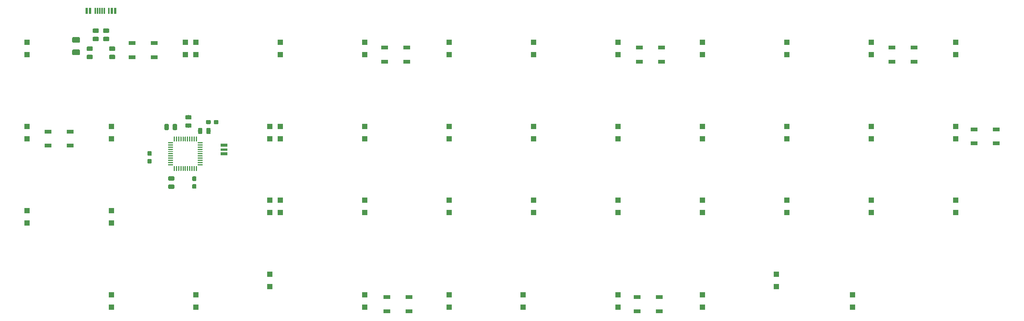
<source format=gbr>
G04 #@! TF.GenerationSoftware,KiCad,Pcbnew,(5.1.2)-2*
G04 #@! TF.CreationDate,2020-03-20T20:31:01-05:00*
G04 #@! TF.ProjectId,Schwann_Rev0.5,53636877-616e-46e5-9f52-6576302e352e,rev?*
G04 #@! TF.SameCoordinates,Original*
G04 #@! TF.FileFunction,Paste,Bot*
G04 #@! TF.FilePolarity,Positive*
%FSLAX46Y46*%
G04 Gerber Fmt 4.6, Leading zero omitted, Abs format (unit mm)*
G04 Created by KiCad (PCBNEW (5.1.2)-2) date 2020-03-20 20:31:01*
%MOMM*%
%LPD*%
G04 APERTURE LIST*
%ADD10C,0.100000*%
%ADD11C,0.950000*%
%ADD12R,1.501140X0.899160*%
%ADD13R,0.600000X1.450000*%
%ADD14R,0.300000X1.450000*%
%ADD15R,1.200000X1.200000*%
%ADD16R,1.600000X0.700000*%
%ADD17R,1.600000X0.500000*%
%ADD18C,0.250000*%
%ADD19C,0.975000*%
%ADD20C,1.250000*%
G04 APERTURE END LIST*
D10*
G36*
X64942029Y-108519894D02*
G01*
X64965084Y-108523313D01*
X64987693Y-108528977D01*
X65009637Y-108536829D01*
X65030707Y-108546794D01*
X65050698Y-108558776D01*
X65069418Y-108572660D01*
X65086688Y-108588312D01*
X65102340Y-108605582D01*
X65116224Y-108624302D01*
X65128206Y-108644293D01*
X65138171Y-108665363D01*
X65146023Y-108687307D01*
X65151687Y-108709916D01*
X65155106Y-108732971D01*
X65156250Y-108756250D01*
X65156250Y-109331250D01*
X65155106Y-109354529D01*
X65151687Y-109377584D01*
X65146023Y-109400193D01*
X65138171Y-109422137D01*
X65128206Y-109443207D01*
X65116224Y-109463198D01*
X65102340Y-109481918D01*
X65086688Y-109499188D01*
X65069418Y-109514840D01*
X65050698Y-109528724D01*
X65030707Y-109540706D01*
X65009637Y-109550671D01*
X64987693Y-109558523D01*
X64965084Y-109564187D01*
X64942029Y-109567606D01*
X64918750Y-109568750D01*
X64443750Y-109568750D01*
X64420471Y-109567606D01*
X64397416Y-109564187D01*
X64374807Y-109558523D01*
X64352863Y-109550671D01*
X64331793Y-109540706D01*
X64311802Y-109528724D01*
X64293082Y-109514840D01*
X64275812Y-109499188D01*
X64260160Y-109481918D01*
X64246276Y-109463198D01*
X64234294Y-109443207D01*
X64224329Y-109422137D01*
X64216477Y-109400193D01*
X64210813Y-109377584D01*
X64207394Y-109354529D01*
X64206250Y-109331250D01*
X64206250Y-108756250D01*
X64207394Y-108732971D01*
X64210813Y-108709916D01*
X64216477Y-108687307D01*
X64224329Y-108665363D01*
X64234294Y-108644293D01*
X64246276Y-108624302D01*
X64260160Y-108605582D01*
X64275812Y-108588312D01*
X64293082Y-108572660D01*
X64311802Y-108558776D01*
X64331793Y-108546794D01*
X64352863Y-108536829D01*
X64374807Y-108528977D01*
X64397416Y-108523313D01*
X64420471Y-108519894D01*
X64443750Y-108518750D01*
X64918750Y-108518750D01*
X64942029Y-108519894D01*
X64942029Y-108519894D01*
G37*
D11*
X64681250Y-109043750D03*
D10*
G36*
X64942029Y-110269894D02*
G01*
X64965084Y-110273313D01*
X64987693Y-110278977D01*
X65009637Y-110286829D01*
X65030707Y-110296794D01*
X65050698Y-110308776D01*
X65069418Y-110322660D01*
X65086688Y-110338312D01*
X65102340Y-110355582D01*
X65116224Y-110374302D01*
X65128206Y-110394293D01*
X65138171Y-110415363D01*
X65146023Y-110437307D01*
X65151687Y-110459916D01*
X65155106Y-110482971D01*
X65156250Y-110506250D01*
X65156250Y-111081250D01*
X65155106Y-111104529D01*
X65151687Y-111127584D01*
X65146023Y-111150193D01*
X65138171Y-111172137D01*
X65128206Y-111193207D01*
X65116224Y-111213198D01*
X65102340Y-111231918D01*
X65086688Y-111249188D01*
X65069418Y-111264840D01*
X65050698Y-111278724D01*
X65030707Y-111290706D01*
X65009637Y-111300671D01*
X64987693Y-111308523D01*
X64965084Y-111314187D01*
X64942029Y-111317606D01*
X64918750Y-111318750D01*
X64443750Y-111318750D01*
X64420471Y-111317606D01*
X64397416Y-111314187D01*
X64374807Y-111308523D01*
X64352863Y-111300671D01*
X64331793Y-111290706D01*
X64311802Y-111278724D01*
X64293082Y-111264840D01*
X64275812Y-111249188D01*
X64260160Y-111231918D01*
X64246276Y-111213198D01*
X64234294Y-111193207D01*
X64224329Y-111172137D01*
X64216477Y-111150193D01*
X64210813Y-111127584D01*
X64207394Y-111104529D01*
X64206250Y-111081250D01*
X64206250Y-110506250D01*
X64207394Y-110482971D01*
X64210813Y-110459916D01*
X64216477Y-110437307D01*
X64224329Y-110415363D01*
X64234294Y-110394293D01*
X64246276Y-110374302D01*
X64260160Y-110355582D01*
X64275812Y-110338312D01*
X64293082Y-110322660D01*
X64311802Y-110308776D01*
X64331793Y-110296794D01*
X64352863Y-110286829D01*
X64374807Y-110278977D01*
X64397416Y-110273313D01*
X64420471Y-110269894D01*
X64443750Y-110268750D01*
X64918750Y-110268750D01*
X64942029Y-110269894D01*
X64942029Y-110269894D01*
G37*
D11*
X64681250Y-110793750D03*
D10*
G36*
X75042029Y-115969894D02*
G01*
X75065084Y-115973313D01*
X75087693Y-115978977D01*
X75109637Y-115986829D01*
X75130707Y-115996794D01*
X75150698Y-116008776D01*
X75169418Y-116022660D01*
X75186688Y-116038312D01*
X75202340Y-116055582D01*
X75216224Y-116074302D01*
X75228206Y-116094293D01*
X75238171Y-116115363D01*
X75246023Y-116137307D01*
X75251687Y-116159916D01*
X75255106Y-116182971D01*
X75256250Y-116206250D01*
X75256250Y-116781250D01*
X75255106Y-116804529D01*
X75251687Y-116827584D01*
X75246023Y-116850193D01*
X75238171Y-116872137D01*
X75228206Y-116893207D01*
X75216224Y-116913198D01*
X75202340Y-116931918D01*
X75186688Y-116949188D01*
X75169418Y-116964840D01*
X75150698Y-116978724D01*
X75130707Y-116990706D01*
X75109637Y-117000671D01*
X75087693Y-117008523D01*
X75065084Y-117014187D01*
X75042029Y-117017606D01*
X75018750Y-117018750D01*
X74543750Y-117018750D01*
X74520471Y-117017606D01*
X74497416Y-117014187D01*
X74474807Y-117008523D01*
X74452863Y-117000671D01*
X74431793Y-116990706D01*
X74411802Y-116978724D01*
X74393082Y-116964840D01*
X74375812Y-116949188D01*
X74360160Y-116931918D01*
X74346276Y-116913198D01*
X74334294Y-116893207D01*
X74324329Y-116872137D01*
X74316477Y-116850193D01*
X74310813Y-116827584D01*
X74307394Y-116804529D01*
X74306250Y-116781250D01*
X74306250Y-116206250D01*
X74307394Y-116182971D01*
X74310813Y-116159916D01*
X74316477Y-116137307D01*
X74324329Y-116115363D01*
X74334294Y-116094293D01*
X74346276Y-116074302D01*
X74360160Y-116055582D01*
X74375812Y-116038312D01*
X74393082Y-116022660D01*
X74411802Y-116008776D01*
X74431793Y-115996794D01*
X74452863Y-115986829D01*
X74474807Y-115978977D01*
X74497416Y-115973313D01*
X74520471Y-115969894D01*
X74543750Y-115968750D01*
X75018750Y-115968750D01*
X75042029Y-115969894D01*
X75042029Y-115969894D01*
G37*
D11*
X74781250Y-116493750D03*
D10*
G36*
X75042029Y-114219894D02*
G01*
X75065084Y-114223313D01*
X75087693Y-114228977D01*
X75109637Y-114236829D01*
X75130707Y-114246794D01*
X75150698Y-114258776D01*
X75169418Y-114272660D01*
X75186688Y-114288312D01*
X75202340Y-114305582D01*
X75216224Y-114324302D01*
X75228206Y-114344293D01*
X75238171Y-114365363D01*
X75246023Y-114387307D01*
X75251687Y-114409916D01*
X75255106Y-114432971D01*
X75256250Y-114456250D01*
X75256250Y-115031250D01*
X75255106Y-115054529D01*
X75251687Y-115077584D01*
X75246023Y-115100193D01*
X75238171Y-115122137D01*
X75228206Y-115143207D01*
X75216224Y-115163198D01*
X75202340Y-115181918D01*
X75186688Y-115199188D01*
X75169418Y-115214840D01*
X75150698Y-115228724D01*
X75130707Y-115240706D01*
X75109637Y-115250671D01*
X75087693Y-115258523D01*
X75065084Y-115264187D01*
X75042029Y-115267606D01*
X75018750Y-115268750D01*
X74543750Y-115268750D01*
X74520471Y-115267606D01*
X74497416Y-115264187D01*
X74474807Y-115258523D01*
X74452863Y-115250671D01*
X74431793Y-115240706D01*
X74411802Y-115228724D01*
X74393082Y-115214840D01*
X74375812Y-115199188D01*
X74360160Y-115181918D01*
X74346276Y-115163198D01*
X74334294Y-115143207D01*
X74324329Y-115122137D01*
X74316477Y-115100193D01*
X74310813Y-115077584D01*
X74307394Y-115054529D01*
X74306250Y-115031250D01*
X74306250Y-114456250D01*
X74307394Y-114432971D01*
X74310813Y-114409916D01*
X74316477Y-114387307D01*
X74324329Y-114365363D01*
X74334294Y-114344293D01*
X74346276Y-114324302D01*
X74360160Y-114305582D01*
X74375812Y-114288312D01*
X74393082Y-114272660D01*
X74411802Y-114258776D01*
X74431793Y-114246794D01*
X74452863Y-114236829D01*
X74474807Y-114228977D01*
X74497416Y-114223313D01*
X74520471Y-114219894D01*
X74543750Y-114218750D01*
X75018750Y-114218750D01*
X75042029Y-114219894D01*
X75042029Y-114219894D01*
G37*
D11*
X74781250Y-114743750D03*
D10*
G36*
X80017029Y-101444894D02*
G01*
X80040084Y-101448313D01*
X80062693Y-101453977D01*
X80084637Y-101461829D01*
X80105707Y-101471794D01*
X80125698Y-101483776D01*
X80144418Y-101497660D01*
X80161688Y-101513312D01*
X80177340Y-101530582D01*
X80191224Y-101549302D01*
X80203206Y-101569293D01*
X80213171Y-101590363D01*
X80221023Y-101612307D01*
X80226687Y-101634916D01*
X80230106Y-101657971D01*
X80231250Y-101681250D01*
X80231250Y-102156250D01*
X80230106Y-102179529D01*
X80226687Y-102202584D01*
X80221023Y-102225193D01*
X80213171Y-102247137D01*
X80203206Y-102268207D01*
X80191224Y-102288198D01*
X80177340Y-102306918D01*
X80161688Y-102324188D01*
X80144418Y-102339840D01*
X80125698Y-102353724D01*
X80105707Y-102365706D01*
X80084637Y-102375671D01*
X80062693Y-102383523D01*
X80040084Y-102389187D01*
X80017029Y-102392606D01*
X79993750Y-102393750D01*
X79418750Y-102393750D01*
X79395471Y-102392606D01*
X79372416Y-102389187D01*
X79349807Y-102383523D01*
X79327863Y-102375671D01*
X79306793Y-102365706D01*
X79286802Y-102353724D01*
X79268082Y-102339840D01*
X79250812Y-102324188D01*
X79235160Y-102306918D01*
X79221276Y-102288198D01*
X79209294Y-102268207D01*
X79199329Y-102247137D01*
X79191477Y-102225193D01*
X79185813Y-102202584D01*
X79182394Y-102179529D01*
X79181250Y-102156250D01*
X79181250Y-101681250D01*
X79182394Y-101657971D01*
X79185813Y-101634916D01*
X79191477Y-101612307D01*
X79199329Y-101590363D01*
X79209294Y-101569293D01*
X79221276Y-101549302D01*
X79235160Y-101530582D01*
X79250812Y-101513312D01*
X79268082Y-101497660D01*
X79286802Y-101483776D01*
X79306793Y-101471794D01*
X79327863Y-101461829D01*
X79349807Y-101453977D01*
X79372416Y-101448313D01*
X79395471Y-101444894D01*
X79418750Y-101443750D01*
X79993750Y-101443750D01*
X80017029Y-101444894D01*
X80017029Y-101444894D01*
G37*
D11*
X79706250Y-101918750D03*
D10*
G36*
X78267029Y-101444894D02*
G01*
X78290084Y-101448313D01*
X78312693Y-101453977D01*
X78334637Y-101461829D01*
X78355707Y-101471794D01*
X78375698Y-101483776D01*
X78394418Y-101497660D01*
X78411688Y-101513312D01*
X78427340Y-101530582D01*
X78441224Y-101549302D01*
X78453206Y-101569293D01*
X78463171Y-101590363D01*
X78471023Y-101612307D01*
X78476687Y-101634916D01*
X78480106Y-101657971D01*
X78481250Y-101681250D01*
X78481250Y-102156250D01*
X78480106Y-102179529D01*
X78476687Y-102202584D01*
X78471023Y-102225193D01*
X78463171Y-102247137D01*
X78453206Y-102268207D01*
X78441224Y-102288198D01*
X78427340Y-102306918D01*
X78411688Y-102324188D01*
X78394418Y-102339840D01*
X78375698Y-102353724D01*
X78355707Y-102365706D01*
X78334637Y-102375671D01*
X78312693Y-102383523D01*
X78290084Y-102389187D01*
X78267029Y-102392606D01*
X78243750Y-102393750D01*
X77668750Y-102393750D01*
X77645471Y-102392606D01*
X77622416Y-102389187D01*
X77599807Y-102383523D01*
X77577863Y-102375671D01*
X77556793Y-102365706D01*
X77536802Y-102353724D01*
X77518082Y-102339840D01*
X77500812Y-102324188D01*
X77485160Y-102306918D01*
X77471276Y-102288198D01*
X77459294Y-102268207D01*
X77449329Y-102247137D01*
X77441477Y-102225193D01*
X77435813Y-102202584D01*
X77432394Y-102179529D01*
X77431250Y-102156250D01*
X77431250Y-101681250D01*
X77432394Y-101657971D01*
X77435813Y-101634916D01*
X77441477Y-101612307D01*
X77449329Y-101590363D01*
X77459294Y-101569293D01*
X77471276Y-101549302D01*
X77485160Y-101530582D01*
X77500812Y-101513312D01*
X77518082Y-101497660D01*
X77536802Y-101483776D01*
X77556793Y-101471794D01*
X77577863Y-101461829D01*
X77599807Y-101453977D01*
X77622416Y-101448313D01*
X77645471Y-101444894D01*
X77668750Y-101443750D01*
X78243750Y-101443750D01*
X78267029Y-101444894D01*
X78267029Y-101444894D01*
G37*
D11*
X77956250Y-101918750D03*
D12*
X123230610Y-144768950D03*
X123230610Y-141568550D03*
X118231890Y-141568550D03*
X118231890Y-144768950D03*
X180230610Y-88268950D03*
X180230610Y-85068550D03*
X175231890Y-85068550D03*
X175231890Y-88268950D03*
X41731890Y-107268950D03*
X41731890Y-104068550D03*
X46730610Y-104068550D03*
X46730610Y-107268950D03*
X174731890Y-141568550D03*
X174731890Y-144768950D03*
X179730610Y-144768950D03*
X179730610Y-141568550D03*
X255730610Y-106768950D03*
X255730610Y-103568550D03*
X250731890Y-103568550D03*
X250731890Y-106768950D03*
X232181890Y-85068550D03*
X232181890Y-88268950D03*
X237180610Y-88268950D03*
X237180610Y-85068550D03*
X117731890Y-85068550D03*
X117731890Y-88268950D03*
X122730610Y-88268950D03*
X122730610Y-85068550D03*
X65730610Y-87268950D03*
X65730610Y-84068550D03*
X60731890Y-84068550D03*
X60731890Y-87268950D03*
D13*
X56931250Y-76726250D03*
X50481250Y-76726250D03*
X56156250Y-76726250D03*
X51256250Y-76726250D03*
D14*
X55456250Y-76726250D03*
X52456250Y-76726250D03*
X52956250Y-76726250D03*
X54456250Y-76726250D03*
X53956250Y-76726250D03*
X53456250Y-76726250D03*
D15*
X37037500Y-86681250D03*
X37037500Y-83881250D03*
X37037500Y-105731250D03*
X37037500Y-102931250D03*
X37037500Y-124781250D03*
X37037500Y-121981250D03*
X72756250Y-86681250D03*
X72756250Y-83881250D03*
X56087500Y-105731250D03*
X56087500Y-102931250D03*
X56087500Y-124781250D03*
X56087500Y-121981250D03*
X56087500Y-143831250D03*
X56087500Y-141031250D03*
X75137500Y-86681250D03*
X75137500Y-83881250D03*
X91806250Y-105731250D03*
X91806250Y-102931250D03*
X91806250Y-122400000D03*
X91806250Y-119600000D03*
X75137500Y-143831250D03*
X75137500Y-141031250D03*
X94187500Y-86681250D03*
X94187500Y-83881250D03*
X94187500Y-105731250D03*
X94187500Y-102931250D03*
X94187500Y-122400000D03*
X94187500Y-119600000D03*
X91806250Y-139195750D03*
X91806250Y-136395750D03*
X113237500Y-86681250D03*
X113237500Y-83881250D03*
X113237500Y-105731250D03*
X113237500Y-102931250D03*
X113237500Y-122400000D03*
X113237500Y-119600000D03*
X113237500Y-143831250D03*
X113237500Y-141031250D03*
X132287500Y-86681250D03*
X132287500Y-83881250D03*
X132287500Y-105731250D03*
X132287500Y-102931250D03*
X132287500Y-122400000D03*
X132287500Y-119600000D03*
X132287500Y-143831250D03*
X132287500Y-141031250D03*
X151337500Y-86681250D03*
X151337500Y-83881250D03*
X151337500Y-105731250D03*
X151337500Y-102931250D03*
X151337500Y-122400000D03*
X151337500Y-119600000D03*
X148956250Y-143831250D03*
X148956250Y-141031250D03*
X170387500Y-86681250D03*
X170387500Y-83881250D03*
X170387500Y-105731250D03*
X170387500Y-102931250D03*
X170387500Y-122400000D03*
X170387500Y-119600000D03*
X170387500Y-143831250D03*
X170387500Y-141031250D03*
X189437500Y-86681250D03*
X189437500Y-83881250D03*
X189437500Y-105731250D03*
X189437500Y-102931250D03*
X189437500Y-122400000D03*
X189437500Y-119600000D03*
X189437500Y-143831250D03*
X189437500Y-141031250D03*
X208487500Y-86681250D03*
X208487500Y-83881250D03*
X208487500Y-105731250D03*
X208487500Y-102931250D03*
X208487500Y-122400000D03*
X208487500Y-119600000D03*
X206106250Y-139195750D03*
X206106250Y-136395750D03*
X227537500Y-86681250D03*
X227537500Y-83881250D03*
X227537500Y-105731250D03*
X227537500Y-102931250D03*
X227537500Y-122400000D03*
X227537500Y-119600000D03*
X223308250Y-143802000D03*
X223308250Y-141002000D03*
X246587500Y-86681250D03*
X246587500Y-83881250D03*
X246587500Y-105731250D03*
X246587500Y-102931250D03*
X246587500Y-122400000D03*
X246587500Y-119600000D03*
D16*
X81456250Y-107189500D03*
D17*
X81456250Y-108139500D03*
D16*
X81456250Y-109089500D03*
D10*
G36*
X69899876Y-106469051D02*
G01*
X69905943Y-106469951D01*
X69911893Y-106471441D01*
X69917668Y-106473508D01*
X69923212Y-106476130D01*
X69928473Y-106479283D01*
X69933400Y-106482937D01*
X69937944Y-106487056D01*
X69942063Y-106491600D01*
X69945717Y-106496527D01*
X69948870Y-106501788D01*
X69951492Y-106507332D01*
X69953559Y-106513107D01*
X69955049Y-106519057D01*
X69955949Y-106525124D01*
X69956250Y-106531250D01*
X69956250Y-106656250D01*
X69955949Y-106662376D01*
X69955049Y-106668443D01*
X69953559Y-106674393D01*
X69951492Y-106680168D01*
X69948870Y-106685712D01*
X69945717Y-106690973D01*
X69942063Y-106695900D01*
X69937944Y-106700444D01*
X69933400Y-106704563D01*
X69928473Y-106708217D01*
X69923212Y-106711370D01*
X69917668Y-106713992D01*
X69911893Y-106716059D01*
X69905943Y-106717549D01*
X69899876Y-106718449D01*
X69893750Y-106718750D01*
X68943750Y-106718750D01*
X68937624Y-106718449D01*
X68931557Y-106717549D01*
X68925607Y-106716059D01*
X68919832Y-106713992D01*
X68914288Y-106711370D01*
X68909027Y-106708217D01*
X68904100Y-106704563D01*
X68899556Y-106700444D01*
X68895437Y-106695900D01*
X68891783Y-106690973D01*
X68888630Y-106685712D01*
X68886008Y-106680168D01*
X68883941Y-106674393D01*
X68882451Y-106668443D01*
X68881551Y-106662376D01*
X68881250Y-106656250D01*
X68881250Y-106531250D01*
X68881551Y-106525124D01*
X68882451Y-106519057D01*
X68883941Y-106513107D01*
X68886008Y-106507332D01*
X68888630Y-106501788D01*
X68891783Y-106496527D01*
X68895437Y-106491600D01*
X68899556Y-106487056D01*
X68904100Y-106482937D01*
X68909027Y-106479283D01*
X68914288Y-106476130D01*
X68919832Y-106473508D01*
X68925607Y-106471441D01*
X68931557Y-106469951D01*
X68937624Y-106469051D01*
X68943750Y-106468750D01*
X69893750Y-106468750D01*
X69899876Y-106469051D01*
X69899876Y-106469051D01*
G37*
D18*
X69418750Y-106593750D03*
D10*
G36*
X69899876Y-106969051D02*
G01*
X69905943Y-106969951D01*
X69911893Y-106971441D01*
X69917668Y-106973508D01*
X69923212Y-106976130D01*
X69928473Y-106979283D01*
X69933400Y-106982937D01*
X69937944Y-106987056D01*
X69942063Y-106991600D01*
X69945717Y-106996527D01*
X69948870Y-107001788D01*
X69951492Y-107007332D01*
X69953559Y-107013107D01*
X69955049Y-107019057D01*
X69955949Y-107025124D01*
X69956250Y-107031250D01*
X69956250Y-107156250D01*
X69955949Y-107162376D01*
X69955049Y-107168443D01*
X69953559Y-107174393D01*
X69951492Y-107180168D01*
X69948870Y-107185712D01*
X69945717Y-107190973D01*
X69942063Y-107195900D01*
X69937944Y-107200444D01*
X69933400Y-107204563D01*
X69928473Y-107208217D01*
X69923212Y-107211370D01*
X69917668Y-107213992D01*
X69911893Y-107216059D01*
X69905943Y-107217549D01*
X69899876Y-107218449D01*
X69893750Y-107218750D01*
X68943750Y-107218750D01*
X68937624Y-107218449D01*
X68931557Y-107217549D01*
X68925607Y-107216059D01*
X68919832Y-107213992D01*
X68914288Y-107211370D01*
X68909027Y-107208217D01*
X68904100Y-107204563D01*
X68899556Y-107200444D01*
X68895437Y-107195900D01*
X68891783Y-107190973D01*
X68888630Y-107185712D01*
X68886008Y-107180168D01*
X68883941Y-107174393D01*
X68882451Y-107168443D01*
X68881551Y-107162376D01*
X68881250Y-107156250D01*
X68881250Y-107031250D01*
X68881551Y-107025124D01*
X68882451Y-107019057D01*
X68883941Y-107013107D01*
X68886008Y-107007332D01*
X68888630Y-107001788D01*
X68891783Y-106996527D01*
X68895437Y-106991600D01*
X68899556Y-106987056D01*
X68904100Y-106982937D01*
X68909027Y-106979283D01*
X68914288Y-106976130D01*
X68919832Y-106973508D01*
X68925607Y-106971441D01*
X68931557Y-106969951D01*
X68937624Y-106969051D01*
X68943750Y-106968750D01*
X69893750Y-106968750D01*
X69899876Y-106969051D01*
X69899876Y-106969051D01*
G37*
D18*
X69418750Y-107093750D03*
D10*
G36*
X69899876Y-107469051D02*
G01*
X69905943Y-107469951D01*
X69911893Y-107471441D01*
X69917668Y-107473508D01*
X69923212Y-107476130D01*
X69928473Y-107479283D01*
X69933400Y-107482937D01*
X69937944Y-107487056D01*
X69942063Y-107491600D01*
X69945717Y-107496527D01*
X69948870Y-107501788D01*
X69951492Y-107507332D01*
X69953559Y-107513107D01*
X69955049Y-107519057D01*
X69955949Y-107525124D01*
X69956250Y-107531250D01*
X69956250Y-107656250D01*
X69955949Y-107662376D01*
X69955049Y-107668443D01*
X69953559Y-107674393D01*
X69951492Y-107680168D01*
X69948870Y-107685712D01*
X69945717Y-107690973D01*
X69942063Y-107695900D01*
X69937944Y-107700444D01*
X69933400Y-107704563D01*
X69928473Y-107708217D01*
X69923212Y-107711370D01*
X69917668Y-107713992D01*
X69911893Y-107716059D01*
X69905943Y-107717549D01*
X69899876Y-107718449D01*
X69893750Y-107718750D01*
X68943750Y-107718750D01*
X68937624Y-107718449D01*
X68931557Y-107717549D01*
X68925607Y-107716059D01*
X68919832Y-107713992D01*
X68914288Y-107711370D01*
X68909027Y-107708217D01*
X68904100Y-107704563D01*
X68899556Y-107700444D01*
X68895437Y-107695900D01*
X68891783Y-107690973D01*
X68888630Y-107685712D01*
X68886008Y-107680168D01*
X68883941Y-107674393D01*
X68882451Y-107668443D01*
X68881551Y-107662376D01*
X68881250Y-107656250D01*
X68881250Y-107531250D01*
X68881551Y-107525124D01*
X68882451Y-107519057D01*
X68883941Y-107513107D01*
X68886008Y-107507332D01*
X68888630Y-107501788D01*
X68891783Y-107496527D01*
X68895437Y-107491600D01*
X68899556Y-107487056D01*
X68904100Y-107482937D01*
X68909027Y-107479283D01*
X68914288Y-107476130D01*
X68919832Y-107473508D01*
X68925607Y-107471441D01*
X68931557Y-107469951D01*
X68937624Y-107469051D01*
X68943750Y-107468750D01*
X69893750Y-107468750D01*
X69899876Y-107469051D01*
X69899876Y-107469051D01*
G37*
D18*
X69418750Y-107593750D03*
D10*
G36*
X69899876Y-107969051D02*
G01*
X69905943Y-107969951D01*
X69911893Y-107971441D01*
X69917668Y-107973508D01*
X69923212Y-107976130D01*
X69928473Y-107979283D01*
X69933400Y-107982937D01*
X69937944Y-107987056D01*
X69942063Y-107991600D01*
X69945717Y-107996527D01*
X69948870Y-108001788D01*
X69951492Y-108007332D01*
X69953559Y-108013107D01*
X69955049Y-108019057D01*
X69955949Y-108025124D01*
X69956250Y-108031250D01*
X69956250Y-108156250D01*
X69955949Y-108162376D01*
X69955049Y-108168443D01*
X69953559Y-108174393D01*
X69951492Y-108180168D01*
X69948870Y-108185712D01*
X69945717Y-108190973D01*
X69942063Y-108195900D01*
X69937944Y-108200444D01*
X69933400Y-108204563D01*
X69928473Y-108208217D01*
X69923212Y-108211370D01*
X69917668Y-108213992D01*
X69911893Y-108216059D01*
X69905943Y-108217549D01*
X69899876Y-108218449D01*
X69893750Y-108218750D01*
X68943750Y-108218750D01*
X68937624Y-108218449D01*
X68931557Y-108217549D01*
X68925607Y-108216059D01*
X68919832Y-108213992D01*
X68914288Y-108211370D01*
X68909027Y-108208217D01*
X68904100Y-108204563D01*
X68899556Y-108200444D01*
X68895437Y-108195900D01*
X68891783Y-108190973D01*
X68888630Y-108185712D01*
X68886008Y-108180168D01*
X68883941Y-108174393D01*
X68882451Y-108168443D01*
X68881551Y-108162376D01*
X68881250Y-108156250D01*
X68881250Y-108031250D01*
X68881551Y-108025124D01*
X68882451Y-108019057D01*
X68883941Y-108013107D01*
X68886008Y-108007332D01*
X68888630Y-108001788D01*
X68891783Y-107996527D01*
X68895437Y-107991600D01*
X68899556Y-107987056D01*
X68904100Y-107982937D01*
X68909027Y-107979283D01*
X68914288Y-107976130D01*
X68919832Y-107973508D01*
X68925607Y-107971441D01*
X68931557Y-107969951D01*
X68937624Y-107969051D01*
X68943750Y-107968750D01*
X69893750Y-107968750D01*
X69899876Y-107969051D01*
X69899876Y-107969051D01*
G37*
D18*
X69418750Y-108093750D03*
D10*
G36*
X69899876Y-108469051D02*
G01*
X69905943Y-108469951D01*
X69911893Y-108471441D01*
X69917668Y-108473508D01*
X69923212Y-108476130D01*
X69928473Y-108479283D01*
X69933400Y-108482937D01*
X69937944Y-108487056D01*
X69942063Y-108491600D01*
X69945717Y-108496527D01*
X69948870Y-108501788D01*
X69951492Y-108507332D01*
X69953559Y-108513107D01*
X69955049Y-108519057D01*
X69955949Y-108525124D01*
X69956250Y-108531250D01*
X69956250Y-108656250D01*
X69955949Y-108662376D01*
X69955049Y-108668443D01*
X69953559Y-108674393D01*
X69951492Y-108680168D01*
X69948870Y-108685712D01*
X69945717Y-108690973D01*
X69942063Y-108695900D01*
X69937944Y-108700444D01*
X69933400Y-108704563D01*
X69928473Y-108708217D01*
X69923212Y-108711370D01*
X69917668Y-108713992D01*
X69911893Y-108716059D01*
X69905943Y-108717549D01*
X69899876Y-108718449D01*
X69893750Y-108718750D01*
X68943750Y-108718750D01*
X68937624Y-108718449D01*
X68931557Y-108717549D01*
X68925607Y-108716059D01*
X68919832Y-108713992D01*
X68914288Y-108711370D01*
X68909027Y-108708217D01*
X68904100Y-108704563D01*
X68899556Y-108700444D01*
X68895437Y-108695900D01*
X68891783Y-108690973D01*
X68888630Y-108685712D01*
X68886008Y-108680168D01*
X68883941Y-108674393D01*
X68882451Y-108668443D01*
X68881551Y-108662376D01*
X68881250Y-108656250D01*
X68881250Y-108531250D01*
X68881551Y-108525124D01*
X68882451Y-108519057D01*
X68883941Y-108513107D01*
X68886008Y-108507332D01*
X68888630Y-108501788D01*
X68891783Y-108496527D01*
X68895437Y-108491600D01*
X68899556Y-108487056D01*
X68904100Y-108482937D01*
X68909027Y-108479283D01*
X68914288Y-108476130D01*
X68919832Y-108473508D01*
X68925607Y-108471441D01*
X68931557Y-108469951D01*
X68937624Y-108469051D01*
X68943750Y-108468750D01*
X69893750Y-108468750D01*
X69899876Y-108469051D01*
X69899876Y-108469051D01*
G37*
D18*
X69418750Y-108593750D03*
D10*
G36*
X69899876Y-108969051D02*
G01*
X69905943Y-108969951D01*
X69911893Y-108971441D01*
X69917668Y-108973508D01*
X69923212Y-108976130D01*
X69928473Y-108979283D01*
X69933400Y-108982937D01*
X69937944Y-108987056D01*
X69942063Y-108991600D01*
X69945717Y-108996527D01*
X69948870Y-109001788D01*
X69951492Y-109007332D01*
X69953559Y-109013107D01*
X69955049Y-109019057D01*
X69955949Y-109025124D01*
X69956250Y-109031250D01*
X69956250Y-109156250D01*
X69955949Y-109162376D01*
X69955049Y-109168443D01*
X69953559Y-109174393D01*
X69951492Y-109180168D01*
X69948870Y-109185712D01*
X69945717Y-109190973D01*
X69942063Y-109195900D01*
X69937944Y-109200444D01*
X69933400Y-109204563D01*
X69928473Y-109208217D01*
X69923212Y-109211370D01*
X69917668Y-109213992D01*
X69911893Y-109216059D01*
X69905943Y-109217549D01*
X69899876Y-109218449D01*
X69893750Y-109218750D01*
X68943750Y-109218750D01*
X68937624Y-109218449D01*
X68931557Y-109217549D01*
X68925607Y-109216059D01*
X68919832Y-109213992D01*
X68914288Y-109211370D01*
X68909027Y-109208217D01*
X68904100Y-109204563D01*
X68899556Y-109200444D01*
X68895437Y-109195900D01*
X68891783Y-109190973D01*
X68888630Y-109185712D01*
X68886008Y-109180168D01*
X68883941Y-109174393D01*
X68882451Y-109168443D01*
X68881551Y-109162376D01*
X68881250Y-109156250D01*
X68881250Y-109031250D01*
X68881551Y-109025124D01*
X68882451Y-109019057D01*
X68883941Y-109013107D01*
X68886008Y-109007332D01*
X68888630Y-109001788D01*
X68891783Y-108996527D01*
X68895437Y-108991600D01*
X68899556Y-108987056D01*
X68904100Y-108982937D01*
X68909027Y-108979283D01*
X68914288Y-108976130D01*
X68919832Y-108973508D01*
X68925607Y-108971441D01*
X68931557Y-108969951D01*
X68937624Y-108969051D01*
X68943750Y-108968750D01*
X69893750Y-108968750D01*
X69899876Y-108969051D01*
X69899876Y-108969051D01*
G37*
D18*
X69418750Y-109093750D03*
D10*
G36*
X69899876Y-109469051D02*
G01*
X69905943Y-109469951D01*
X69911893Y-109471441D01*
X69917668Y-109473508D01*
X69923212Y-109476130D01*
X69928473Y-109479283D01*
X69933400Y-109482937D01*
X69937944Y-109487056D01*
X69942063Y-109491600D01*
X69945717Y-109496527D01*
X69948870Y-109501788D01*
X69951492Y-109507332D01*
X69953559Y-109513107D01*
X69955049Y-109519057D01*
X69955949Y-109525124D01*
X69956250Y-109531250D01*
X69956250Y-109656250D01*
X69955949Y-109662376D01*
X69955049Y-109668443D01*
X69953559Y-109674393D01*
X69951492Y-109680168D01*
X69948870Y-109685712D01*
X69945717Y-109690973D01*
X69942063Y-109695900D01*
X69937944Y-109700444D01*
X69933400Y-109704563D01*
X69928473Y-109708217D01*
X69923212Y-109711370D01*
X69917668Y-109713992D01*
X69911893Y-109716059D01*
X69905943Y-109717549D01*
X69899876Y-109718449D01*
X69893750Y-109718750D01*
X68943750Y-109718750D01*
X68937624Y-109718449D01*
X68931557Y-109717549D01*
X68925607Y-109716059D01*
X68919832Y-109713992D01*
X68914288Y-109711370D01*
X68909027Y-109708217D01*
X68904100Y-109704563D01*
X68899556Y-109700444D01*
X68895437Y-109695900D01*
X68891783Y-109690973D01*
X68888630Y-109685712D01*
X68886008Y-109680168D01*
X68883941Y-109674393D01*
X68882451Y-109668443D01*
X68881551Y-109662376D01*
X68881250Y-109656250D01*
X68881250Y-109531250D01*
X68881551Y-109525124D01*
X68882451Y-109519057D01*
X68883941Y-109513107D01*
X68886008Y-109507332D01*
X68888630Y-109501788D01*
X68891783Y-109496527D01*
X68895437Y-109491600D01*
X68899556Y-109487056D01*
X68904100Y-109482937D01*
X68909027Y-109479283D01*
X68914288Y-109476130D01*
X68919832Y-109473508D01*
X68925607Y-109471441D01*
X68931557Y-109469951D01*
X68937624Y-109469051D01*
X68943750Y-109468750D01*
X69893750Y-109468750D01*
X69899876Y-109469051D01*
X69899876Y-109469051D01*
G37*
D18*
X69418750Y-109593750D03*
D10*
G36*
X69899876Y-109969051D02*
G01*
X69905943Y-109969951D01*
X69911893Y-109971441D01*
X69917668Y-109973508D01*
X69923212Y-109976130D01*
X69928473Y-109979283D01*
X69933400Y-109982937D01*
X69937944Y-109987056D01*
X69942063Y-109991600D01*
X69945717Y-109996527D01*
X69948870Y-110001788D01*
X69951492Y-110007332D01*
X69953559Y-110013107D01*
X69955049Y-110019057D01*
X69955949Y-110025124D01*
X69956250Y-110031250D01*
X69956250Y-110156250D01*
X69955949Y-110162376D01*
X69955049Y-110168443D01*
X69953559Y-110174393D01*
X69951492Y-110180168D01*
X69948870Y-110185712D01*
X69945717Y-110190973D01*
X69942063Y-110195900D01*
X69937944Y-110200444D01*
X69933400Y-110204563D01*
X69928473Y-110208217D01*
X69923212Y-110211370D01*
X69917668Y-110213992D01*
X69911893Y-110216059D01*
X69905943Y-110217549D01*
X69899876Y-110218449D01*
X69893750Y-110218750D01*
X68943750Y-110218750D01*
X68937624Y-110218449D01*
X68931557Y-110217549D01*
X68925607Y-110216059D01*
X68919832Y-110213992D01*
X68914288Y-110211370D01*
X68909027Y-110208217D01*
X68904100Y-110204563D01*
X68899556Y-110200444D01*
X68895437Y-110195900D01*
X68891783Y-110190973D01*
X68888630Y-110185712D01*
X68886008Y-110180168D01*
X68883941Y-110174393D01*
X68882451Y-110168443D01*
X68881551Y-110162376D01*
X68881250Y-110156250D01*
X68881250Y-110031250D01*
X68881551Y-110025124D01*
X68882451Y-110019057D01*
X68883941Y-110013107D01*
X68886008Y-110007332D01*
X68888630Y-110001788D01*
X68891783Y-109996527D01*
X68895437Y-109991600D01*
X68899556Y-109987056D01*
X68904100Y-109982937D01*
X68909027Y-109979283D01*
X68914288Y-109976130D01*
X68919832Y-109973508D01*
X68925607Y-109971441D01*
X68931557Y-109969951D01*
X68937624Y-109969051D01*
X68943750Y-109968750D01*
X69893750Y-109968750D01*
X69899876Y-109969051D01*
X69899876Y-109969051D01*
G37*
D18*
X69418750Y-110093750D03*
D10*
G36*
X69899876Y-110469051D02*
G01*
X69905943Y-110469951D01*
X69911893Y-110471441D01*
X69917668Y-110473508D01*
X69923212Y-110476130D01*
X69928473Y-110479283D01*
X69933400Y-110482937D01*
X69937944Y-110487056D01*
X69942063Y-110491600D01*
X69945717Y-110496527D01*
X69948870Y-110501788D01*
X69951492Y-110507332D01*
X69953559Y-110513107D01*
X69955049Y-110519057D01*
X69955949Y-110525124D01*
X69956250Y-110531250D01*
X69956250Y-110656250D01*
X69955949Y-110662376D01*
X69955049Y-110668443D01*
X69953559Y-110674393D01*
X69951492Y-110680168D01*
X69948870Y-110685712D01*
X69945717Y-110690973D01*
X69942063Y-110695900D01*
X69937944Y-110700444D01*
X69933400Y-110704563D01*
X69928473Y-110708217D01*
X69923212Y-110711370D01*
X69917668Y-110713992D01*
X69911893Y-110716059D01*
X69905943Y-110717549D01*
X69899876Y-110718449D01*
X69893750Y-110718750D01*
X68943750Y-110718750D01*
X68937624Y-110718449D01*
X68931557Y-110717549D01*
X68925607Y-110716059D01*
X68919832Y-110713992D01*
X68914288Y-110711370D01*
X68909027Y-110708217D01*
X68904100Y-110704563D01*
X68899556Y-110700444D01*
X68895437Y-110695900D01*
X68891783Y-110690973D01*
X68888630Y-110685712D01*
X68886008Y-110680168D01*
X68883941Y-110674393D01*
X68882451Y-110668443D01*
X68881551Y-110662376D01*
X68881250Y-110656250D01*
X68881250Y-110531250D01*
X68881551Y-110525124D01*
X68882451Y-110519057D01*
X68883941Y-110513107D01*
X68886008Y-110507332D01*
X68888630Y-110501788D01*
X68891783Y-110496527D01*
X68895437Y-110491600D01*
X68899556Y-110487056D01*
X68904100Y-110482937D01*
X68909027Y-110479283D01*
X68914288Y-110476130D01*
X68919832Y-110473508D01*
X68925607Y-110471441D01*
X68931557Y-110469951D01*
X68937624Y-110469051D01*
X68943750Y-110468750D01*
X69893750Y-110468750D01*
X69899876Y-110469051D01*
X69899876Y-110469051D01*
G37*
D18*
X69418750Y-110593750D03*
D10*
G36*
X69899876Y-110969051D02*
G01*
X69905943Y-110969951D01*
X69911893Y-110971441D01*
X69917668Y-110973508D01*
X69923212Y-110976130D01*
X69928473Y-110979283D01*
X69933400Y-110982937D01*
X69937944Y-110987056D01*
X69942063Y-110991600D01*
X69945717Y-110996527D01*
X69948870Y-111001788D01*
X69951492Y-111007332D01*
X69953559Y-111013107D01*
X69955049Y-111019057D01*
X69955949Y-111025124D01*
X69956250Y-111031250D01*
X69956250Y-111156250D01*
X69955949Y-111162376D01*
X69955049Y-111168443D01*
X69953559Y-111174393D01*
X69951492Y-111180168D01*
X69948870Y-111185712D01*
X69945717Y-111190973D01*
X69942063Y-111195900D01*
X69937944Y-111200444D01*
X69933400Y-111204563D01*
X69928473Y-111208217D01*
X69923212Y-111211370D01*
X69917668Y-111213992D01*
X69911893Y-111216059D01*
X69905943Y-111217549D01*
X69899876Y-111218449D01*
X69893750Y-111218750D01*
X68943750Y-111218750D01*
X68937624Y-111218449D01*
X68931557Y-111217549D01*
X68925607Y-111216059D01*
X68919832Y-111213992D01*
X68914288Y-111211370D01*
X68909027Y-111208217D01*
X68904100Y-111204563D01*
X68899556Y-111200444D01*
X68895437Y-111195900D01*
X68891783Y-111190973D01*
X68888630Y-111185712D01*
X68886008Y-111180168D01*
X68883941Y-111174393D01*
X68882451Y-111168443D01*
X68881551Y-111162376D01*
X68881250Y-111156250D01*
X68881250Y-111031250D01*
X68881551Y-111025124D01*
X68882451Y-111019057D01*
X68883941Y-111013107D01*
X68886008Y-111007332D01*
X68888630Y-111001788D01*
X68891783Y-110996527D01*
X68895437Y-110991600D01*
X68899556Y-110987056D01*
X68904100Y-110982937D01*
X68909027Y-110979283D01*
X68914288Y-110976130D01*
X68919832Y-110973508D01*
X68925607Y-110971441D01*
X68931557Y-110969951D01*
X68937624Y-110969051D01*
X68943750Y-110968750D01*
X69893750Y-110968750D01*
X69899876Y-110969051D01*
X69899876Y-110969051D01*
G37*
D18*
X69418750Y-111093750D03*
D10*
G36*
X69899876Y-111469051D02*
G01*
X69905943Y-111469951D01*
X69911893Y-111471441D01*
X69917668Y-111473508D01*
X69923212Y-111476130D01*
X69928473Y-111479283D01*
X69933400Y-111482937D01*
X69937944Y-111487056D01*
X69942063Y-111491600D01*
X69945717Y-111496527D01*
X69948870Y-111501788D01*
X69951492Y-111507332D01*
X69953559Y-111513107D01*
X69955049Y-111519057D01*
X69955949Y-111525124D01*
X69956250Y-111531250D01*
X69956250Y-111656250D01*
X69955949Y-111662376D01*
X69955049Y-111668443D01*
X69953559Y-111674393D01*
X69951492Y-111680168D01*
X69948870Y-111685712D01*
X69945717Y-111690973D01*
X69942063Y-111695900D01*
X69937944Y-111700444D01*
X69933400Y-111704563D01*
X69928473Y-111708217D01*
X69923212Y-111711370D01*
X69917668Y-111713992D01*
X69911893Y-111716059D01*
X69905943Y-111717549D01*
X69899876Y-111718449D01*
X69893750Y-111718750D01*
X68943750Y-111718750D01*
X68937624Y-111718449D01*
X68931557Y-111717549D01*
X68925607Y-111716059D01*
X68919832Y-111713992D01*
X68914288Y-111711370D01*
X68909027Y-111708217D01*
X68904100Y-111704563D01*
X68899556Y-111700444D01*
X68895437Y-111695900D01*
X68891783Y-111690973D01*
X68888630Y-111685712D01*
X68886008Y-111680168D01*
X68883941Y-111674393D01*
X68882451Y-111668443D01*
X68881551Y-111662376D01*
X68881250Y-111656250D01*
X68881250Y-111531250D01*
X68881551Y-111525124D01*
X68882451Y-111519057D01*
X68883941Y-111513107D01*
X68886008Y-111507332D01*
X68888630Y-111501788D01*
X68891783Y-111496527D01*
X68895437Y-111491600D01*
X68899556Y-111487056D01*
X68904100Y-111482937D01*
X68909027Y-111479283D01*
X68914288Y-111476130D01*
X68919832Y-111473508D01*
X68925607Y-111471441D01*
X68931557Y-111469951D01*
X68937624Y-111469051D01*
X68943750Y-111468750D01*
X69893750Y-111468750D01*
X69899876Y-111469051D01*
X69899876Y-111469051D01*
G37*
D18*
X69418750Y-111593750D03*
D10*
G36*
X70324876Y-111894051D02*
G01*
X70330943Y-111894951D01*
X70336893Y-111896441D01*
X70342668Y-111898508D01*
X70348212Y-111901130D01*
X70353473Y-111904283D01*
X70358400Y-111907937D01*
X70362944Y-111912056D01*
X70367063Y-111916600D01*
X70370717Y-111921527D01*
X70373870Y-111926788D01*
X70376492Y-111932332D01*
X70378559Y-111938107D01*
X70380049Y-111944057D01*
X70380949Y-111950124D01*
X70381250Y-111956250D01*
X70381250Y-112906250D01*
X70380949Y-112912376D01*
X70380049Y-112918443D01*
X70378559Y-112924393D01*
X70376492Y-112930168D01*
X70373870Y-112935712D01*
X70370717Y-112940973D01*
X70367063Y-112945900D01*
X70362944Y-112950444D01*
X70358400Y-112954563D01*
X70353473Y-112958217D01*
X70348212Y-112961370D01*
X70342668Y-112963992D01*
X70336893Y-112966059D01*
X70330943Y-112967549D01*
X70324876Y-112968449D01*
X70318750Y-112968750D01*
X70193750Y-112968750D01*
X70187624Y-112968449D01*
X70181557Y-112967549D01*
X70175607Y-112966059D01*
X70169832Y-112963992D01*
X70164288Y-112961370D01*
X70159027Y-112958217D01*
X70154100Y-112954563D01*
X70149556Y-112950444D01*
X70145437Y-112945900D01*
X70141783Y-112940973D01*
X70138630Y-112935712D01*
X70136008Y-112930168D01*
X70133941Y-112924393D01*
X70132451Y-112918443D01*
X70131551Y-112912376D01*
X70131250Y-112906250D01*
X70131250Y-111956250D01*
X70131551Y-111950124D01*
X70132451Y-111944057D01*
X70133941Y-111938107D01*
X70136008Y-111932332D01*
X70138630Y-111926788D01*
X70141783Y-111921527D01*
X70145437Y-111916600D01*
X70149556Y-111912056D01*
X70154100Y-111907937D01*
X70159027Y-111904283D01*
X70164288Y-111901130D01*
X70169832Y-111898508D01*
X70175607Y-111896441D01*
X70181557Y-111894951D01*
X70187624Y-111894051D01*
X70193750Y-111893750D01*
X70318750Y-111893750D01*
X70324876Y-111894051D01*
X70324876Y-111894051D01*
G37*
D18*
X70256250Y-112431250D03*
D10*
G36*
X70824876Y-111894051D02*
G01*
X70830943Y-111894951D01*
X70836893Y-111896441D01*
X70842668Y-111898508D01*
X70848212Y-111901130D01*
X70853473Y-111904283D01*
X70858400Y-111907937D01*
X70862944Y-111912056D01*
X70867063Y-111916600D01*
X70870717Y-111921527D01*
X70873870Y-111926788D01*
X70876492Y-111932332D01*
X70878559Y-111938107D01*
X70880049Y-111944057D01*
X70880949Y-111950124D01*
X70881250Y-111956250D01*
X70881250Y-112906250D01*
X70880949Y-112912376D01*
X70880049Y-112918443D01*
X70878559Y-112924393D01*
X70876492Y-112930168D01*
X70873870Y-112935712D01*
X70870717Y-112940973D01*
X70867063Y-112945900D01*
X70862944Y-112950444D01*
X70858400Y-112954563D01*
X70853473Y-112958217D01*
X70848212Y-112961370D01*
X70842668Y-112963992D01*
X70836893Y-112966059D01*
X70830943Y-112967549D01*
X70824876Y-112968449D01*
X70818750Y-112968750D01*
X70693750Y-112968750D01*
X70687624Y-112968449D01*
X70681557Y-112967549D01*
X70675607Y-112966059D01*
X70669832Y-112963992D01*
X70664288Y-112961370D01*
X70659027Y-112958217D01*
X70654100Y-112954563D01*
X70649556Y-112950444D01*
X70645437Y-112945900D01*
X70641783Y-112940973D01*
X70638630Y-112935712D01*
X70636008Y-112930168D01*
X70633941Y-112924393D01*
X70632451Y-112918443D01*
X70631551Y-112912376D01*
X70631250Y-112906250D01*
X70631250Y-111956250D01*
X70631551Y-111950124D01*
X70632451Y-111944057D01*
X70633941Y-111938107D01*
X70636008Y-111932332D01*
X70638630Y-111926788D01*
X70641783Y-111921527D01*
X70645437Y-111916600D01*
X70649556Y-111912056D01*
X70654100Y-111907937D01*
X70659027Y-111904283D01*
X70664288Y-111901130D01*
X70669832Y-111898508D01*
X70675607Y-111896441D01*
X70681557Y-111894951D01*
X70687624Y-111894051D01*
X70693750Y-111893750D01*
X70818750Y-111893750D01*
X70824876Y-111894051D01*
X70824876Y-111894051D01*
G37*
D18*
X70756250Y-112431250D03*
D10*
G36*
X71324876Y-111894051D02*
G01*
X71330943Y-111894951D01*
X71336893Y-111896441D01*
X71342668Y-111898508D01*
X71348212Y-111901130D01*
X71353473Y-111904283D01*
X71358400Y-111907937D01*
X71362944Y-111912056D01*
X71367063Y-111916600D01*
X71370717Y-111921527D01*
X71373870Y-111926788D01*
X71376492Y-111932332D01*
X71378559Y-111938107D01*
X71380049Y-111944057D01*
X71380949Y-111950124D01*
X71381250Y-111956250D01*
X71381250Y-112906250D01*
X71380949Y-112912376D01*
X71380049Y-112918443D01*
X71378559Y-112924393D01*
X71376492Y-112930168D01*
X71373870Y-112935712D01*
X71370717Y-112940973D01*
X71367063Y-112945900D01*
X71362944Y-112950444D01*
X71358400Y-112954563D01*
X71353473Y-112958217D01*
X71348212Y-112961370D01*
X71342668Y-112963992D01*
X71336893Y-112966059D01*
X71330943Y-112967549D01*
X71324876Y-112968449D01*
X71318750Y-112968750D01*
X71193750Y-112968750D01*
X71187624Y-112968449D01*
X71181557Y-112967549D01*
X71175607Y-112966059D01*
X71169832Y-112963992D01*
X71164288Y-112961370D01*
X71159027Y-112958217D01*
X71154100Y-112954563D01*
X71149556Y-112950444D01*
X71145437Y-112945900D01*
X71141783Y-112940973D01*
X71138630Y-112935712D01*
X71136008Y-112930168D01*
X71133941Y-112924393D01*
X71132451Y-112918443D01*
X71131551Y-112912376D01*
X71131250Y-112906250D01*
X71131250Y-111956250D01*
X71131551Y-111950124D01*
X71132451Y-111944057D01*
X71133941Y-111938107D01*
X71136008Y-111932332D01*
X71138630Y-111926788D01*
X71141783Y-111921527D01*
X71145437Y-111916600D01*
X71149556Y-111912056D01*
X71154100Y-111907937D01*
X71159027Y-111904283D01*
X71164288Y-111901130D01*
X71169832Y-111898508D01*
X71175607Y-111896441D01*
X71181557Y-111894951D01*
X71187624Y-111894051D01*
X71193750Y-111893750D01*
X71318750Y-111893750D01*
X71324876Y-111894051D01*
X71324876Y-111894051D01*
G37*
D18*
X71256250Y-112431250D03*
D10*
G36*
X71824876Y-111894051D02*
G01*
X71830943Y-111894951D01*
X71836893Y-111896441D01*
X71842668Y-111898508D01*
X71848212Y-111901130D01*
X71853473Y-111904283D01*
X71858400Y-111907937D01*
X71862944Y-111912056D01*
X71867063Y-111916600D01*
X71870717Y-111921527D01*
X71873870Y-111926788D01*
X71876492Y-111932332D01*
X71878559Y-111938107D01*
X71880049Y-111944057D01*
X71880949Y-111950124D01*
X71881250Y-111956250D01*
X71881250Y-112906250D01*
X71880949Y-112912376D01*
X71880049Y-112918443D01*
X71878559Y-112924393D01*
X71876492Y-112930168D01*
X71873870Y-112935712D01*
X71870717Y-112940973D01*
X71867063Y-112945900D01*
X71862944Y-112950444D01*
X71858400Y-112954563D01*
X71853473Y-112958217D01*
X71848212Y-112961370D01*
X71842668Y-112963992D01*
X71836893Y-112966059D01*
X71830943Y-112967549D01*
X71824876Y-112968449D01*
X71818750Y-112968750D01*
X71693750Y-112968750D01*
X71687624Y-112968449D01*
X71681557Y-112967549D01*
X71675607Y-112966059D01*
X71669832Y-112963992D01*
X71664288Y-112961370D01*
X71659027Y-112958217D01*
X71654100Y-112954563D01*
X71649556Y-112950444D01*
X71645437Y-112945900D01*
X71641783Y-112940973D01*
X71638630Y-112935712D01*
X71636008Y-112930168D01*
X71633941Y-112924393D01*
X71632451Y-112918443D01*
X71631551Y-112912376D01*
X71631250Y-112906250D01*
X71631250Y-111956250D01*
X71631551Y-111950124D01*
X71632451Y-111944057D01*
X71633941Y-111938107D01*
X71636008Y-111932332D01*
X71638630Y-111926788D01*
X71641783Y-111921527D01*
X71645437Y-111916600D01*
X71649556Y-111912056D01*
X71654100Y-111907937D01*
X71659027Y-111904283D01*
X71664288Y-111901130D01*
X71669832Y-111898508D01*
X71675607Y-111896441D01*
X71681557Y-111894951D01*
X71687624Y-111894051D01*
X71693750Y-111893750D01*
X71818750Y-111893750D01*
X71824876Y-111894051D01*
X71824876Y-111894051D01*
G37*
D18*
X71756250Y-112431250D03*
D10*
G36*
X72324876Y-111894051D02*
G01*
X72330943Y-111894951D01*
X72336893Y-111896441D01*
X72342668Y-111898508D01*
X72348212Y-111901130D01*
X72353473Y-111904283D01*
X72358400Y-111907937D01*
X72362944Y-111912056D01*
X72367063Y-111916600D01*
X72370717Y-111921527D01*
X72373870Y-111926788D01*
X72376492Y-111932332D01*
X72378559Y-111938107D01*
X72380049Y-111944057D01*
X72380949Y-111950124D01*
X72381250Y-111956250D01*
X72381250Y-112906250D01*
X72380949Y-112912376D01*
X72380049Y-112918443D01*
X72378559Y-112924393D01*
X72376492Y-112930168D01*
X72373870Y-112935712D01*
X72370717Y-112940973D01*
X72367063Y-112945900D01*
X72362944Y-112950444D01*
X72358400Y-112954563D01*
X72353473Y-112958217D01*
X72348212Y-112961370D01*
X72342668Y-112963992D01*
X72336893Y-112966059D01*
X72330943Y-112967549D01*
X72324876Y-112968449D01*
X72318750Y-112968750D01*
X72193750Y-112968750D01*
X72187624Y-112968449D01*
X72181557Y-112967549D01*
X72175607Y-112966059D01*
X72169832Y-112963992D01*
X72164288Y-112961370D01*
X72159027Y-112958217D01*
X72154100Y-112954563D01*
X72149556Y-112950444D01*
X72145437Y-112945900D01*
X72141783Y-112940973D01*
X72138630Y-112935712D01*
X72136008Y-112930168D01*
X72133941Y-112924393D01*
X72132451Y-112918443D01*
X72131551Y-112912376D01*
X72131250Y-112906250D01*
X72131250Y-111956250D01*
X72131551Y-111950124D01*
X72132451Y-111944057D01*
X72133941Y-111938107D01*
X72136008Y-111932332D01*
X72138630Y-111926788D01*
X72141783Y-111921527D01*
X72145437Y-111916600D01*
X72149556Y-111912056D01*
X72154100Y-111907937D01*
X72159027Y-111904283D01*
X72164288Y-111901130D01*
X72169832Y-111898508D01*
X72175607Y-111896441D01*
X72181557Y-111894951D01*
X72187624Y-111894051D01*
X72193750Y-111893750D01*
X72318750Y-111893750D01*
X72324876Y-111894051D01*
X72324876Y-111894051D01*
G37*
D18*
X72256250Y-112431250D03*
D10*
G36*
X72824876Y-111894051D02*
G01*
X72830943Y-111894951D01*
X72836893Y-111896441D01*
X72842668Y-111898508D01*
X72848212Y-111901130D01*
X72853473Y-111904283D01*
X72858400Y-111907937D01*
X72862944Y-111912056D01*
X72867063Y-111916600D01*
X72870717Y-111921527D01*
X72873870Y-111926788D01*
X72876492Y-111932332D01*
X72878559Y-111938107D01*
X72880049Y-111944057D01*
X72880949Y-111950124D01*
X72881250Y-111956250D01*
X72881250Y-112906250D01*
X72880949Y-112912376D01*
X72880049Y-112918443D01*
X72878559Y-112924393D01*
X72876492Y-112930168D01*
X72873870Y-112935712D01*
X72870717Y-112940973D01*
X72867063Y-112945900D01*
X72862944Y-112950444D01*
X72858400Y-112954563D01*
X72853473Y-112958217D01*
X72848212Y-112961370D01*
X72842668Y-112963992D01*
X72836893Y-112966059D01*
X72830943Y-112967549D01*
X72824876Y-112968449D01*
X72818750Y-112968750D01*
X72693750Y-112968750D01*
X72687624Y-112968449D01*
X72681557Y-112967549D01*
X72675607Y-112966059D01*
X72669832Y-112963992D01*
X72664288Y-112961370D01*
X72659027Y-112958217D01*
X72654100Y-112954563D01*
X72649556Y-112950444D01*
X72645437Y-112945900D01*
X72641783Y-112940973D01*
X72638630Y-112935712D01*
X72636008Y-112930168D01*
X72633941Y-112924393D01*
X72632451Y-112918443D01*
X72631551Y-112912376D01*
X72631250Y-112906250D01*
X72631250Y-111956250D01*
X72631551Y-111950124D01*
X72632451Y-111944057D01*
X72633941Y-111938107D01*
X72636008Y-111932332D01*
X72638630Y-111926788D01*
X72641783Y-111921527D01*
X72645437Y-111916600D01*
X72649556Y-111912056D01*
X72654100Y-111907937D01*
X72659027Y-111904283D01*
X72664288Y-111901130D01*
X72669832Y-111898508D01*
X72675607Y-111896441D01*
X72681557Y-111894951D01*
X72687624Y-111894051D01*
X72693750Y-111893750D01*
X72818750Y-111893750D01*
X72824876Y-111894051D01*
X72824876Y-111894051D01*
G37*
D18*
X72756250Y-112431250D03*
D10*
G36*
X73324876Y-111894051D02*
G01*
X73330943Y-111894951D01*
X73336893Y-111896441D01*
X73342668Y-111898508D01*
X73348212Y-111901130D01*
X73353473Y-111904283D01*
X73358400Y-111907937D01*
X73362944Y-111912056D01*
X73367063Y-111916600D01*
X73370717Y-111921527D01*
X73373870Y-111926788D01*
X73376492Y-111932332D01*
X73378559Y-111938107D01*
X73380049Y-111944057D01*
X73380949Y-111950124D01*
X73381250Y-111956250D01*
X73381250Y-112906250D01*
X73380949Y-112912376D01*
X73380049Y-112918443D01*
X73378559Y-112924393D01*
X73376492Y-112930168D01*
X73373870Y-112935712D01*
X73370717Y-112940973D01*
X73367063Y-112945900D01*
X73362944Y-112950444D01*
X73358400Y-112954563D01*
X73353473Y-112958217D01*
X73348212Y-112961370D01*
X73342668Y-112963992D01*
X73336893Y-112966059D01*
X73330943Y-112967549D01*
X73324876Y-112968449D01*
X73318750Y-112968750D01*
X73193750Y-112968750D01*
X73187624Y-112968449D01*
X73181557Y-112967549D01*
X73175607Y-112966059D01*
X73169832Y-112963992D01*
X73164288Y-112961370D01*
X73159027Y-112958217D01*
X73154100Y-112954563D01*
X73149556Y-112950444D01*
X73145437Y-112945900D01*
X73141783Y-112940973D01*
X73138630Y-112935712D01*
X73136008Y-112930168D01*
X73133941Y-112924393D01*
X73132451Y-112918443D01*
X73131551Y-112912376D01*
X73131250Y-112906250D01*
X73131250Y-111956250D01*
X73131551Y-111950124D01*
X73132451Y-111944057D01*
X73133941Y-111938107D01*
X73136008Y-111932332D01*
X73138630Y-111926788D01*
X73141783Y-111921527D01*
X73145437Y-111916600D01*
X73149556Y-111912056D01*
X73154100Y-111907937D01*
X73159027Y-111904283D01*
X73164288Y-111901130D01*
X73169832Y-111898508D01*
X73175607Y-111896441D01*
X73181557Y-111894951D01*
X73187624Y-111894051D01*
X73193750Y-111893750D01*
X73318750Y-111893750D01*
X73324876Y-111894051D01*
X73324876Y-111894051D01*
G37*
D18*
X73256250Y-112431250D03*
D10*
G36*
X73824876Y-111894051D02*
G01*
X73830943Y-111894951D01*
X73836893Y-111896441D01*
X73842668Y-111898508D01*
X73848212Y-111901130D01*
X73853473Y-111904283D01*
X73858400Y-111907937D01*
X73862944Y-111912056D01*
X73867063Y-111916600D01*
X73870717Y-111921527D01*
X73873870Y-111926788D01*
X73876492Y-111932332D01*
X73878559Y-111938107D01*
X73880049Y-111944057D01*
X73880949Y-111950124D01*
X73881250Y-111956250D01*
X73881250Y-112906250D01*
X73880949Y-112912376D01*
X73880049Y-112918443D01*
X73878559Y-112924393D01*
X73876492Y-112930168D01*
X73873870Y-112935712D01*
X73870717Y-112940973D01*
X73867063Y-112945900D01*
X73862944Y-112950444D01*
X73858400Y-112954563D01*
X73853473Y-112958217D01*
X73848212Y-112961370D01*
X73842668Y-112963992D01*
X73836893Y-112966059D01*
X73830943Y-112967549D01*
X73824876Y-112968449D01*
X73818750Y-112968750D01*
X73693750Y-112968750D01*
X73687624Y-112968449D01*
X73681557Y-112967549D01*
X73675607Y-112966059D01*
X73669832Y-112963992D01*
X73664288Y-112961370D01*
X73659027Y-112958217D01*
X73654100Y-112954563D01*
X73649556Y-112950444D01*
X73645437Y-112945900D01*
X73641783Y-112940973D01*
X73638630Y-112935712D01*
X73636008Y-112930168D01*
X73633941Y-112924393D01*
X73632451Y-112918443D01*
X73631551Y-112912376D01*
X73631250Y-112906250D01*
X73631250Y-111956250D01*
X73631551Y-111950124D01*
X73632451Y-111944057D01*
X73633941Y-111938107D01*
X73636008Y-111932332D01*
X73638630Y-111926788D01*
X73641783Y-111921527D01*
X73645437Y-111916600D01*
X73649556Y-111912056D01*
X73654100Y-111907937D01*
X73659027Y-111904283D01*
X73664288Y-111901130D01*
X73669832Y-111898508D01*
X73675607Y-111896441D01*
X73681557Y-111894951D01*
X73687624Y-111894051D01*
X73693750Y-111893750D01*
X73818750Y-111893750D01*
X73824876Y-111894051D01*
X73824876Y-111894051D01*
G37*
D18*
X73756250Y-112431250D03*
D10*
G36*
X74324876Y-111894051D02*
G01*
X74330943Y-111894951D01*
X74336893Y-111896441D01*
X74342668Y-111898508D01*
X74348212Y-111901130D01*
X74353473Y-111904283D01*
X74358400Y-111907937D01*
X74362944Y-111912056D01*
X74367063Y-111916600D01*
X74370717Y-111921527D01*
X74373870Y-111926788D01*
X74376492Y-111932332D01*
X74378559Y-111938107D01*
X74380049Y-111944057D01*
X74380949Y-111950124D01*
X74381250Y-111956250D01*
X74381250Y-112906250D01*
X74380949Y-112912376D01*
X74380049Y-112918443D01*
X74378559Y-112924393D01*
X74376492Y-112930168D01*
X74373870Y-112935712D01*
X74370717Y-112940973D01*
X74367063Y-112945900D01*
X74362944Y-112950444D01*
X74358400Y-112954563D01*
X74353473Y-112958217D01*
X74348212Y-112961370D01*
X74342668Y-112963992D01*
X74336893Y-112966059D01*
X74330943Y-112967549D01*
X74324876Y-112968449D01*
X74318750Y-112968750D01*
X74193750Y-112968750D01*
X74187624Y-112968449D01*
X74181557Y-112967549D01*
X74175607Y-112966059D01*
X74169832Y-112963992D01*
X74164288Y-112961370D01*
X74159027Y-112958217D01*
X74154100Y-112954563D01*
X74149556Y-112950444D01*
X74145437Y-112945900D01*
X74141783Y-112940973D01*
X74138630Y-112935712D01*
X74136008Y-112930168D01*
X74133941Y-112924393D01*
X74132451Y-112918443D01*
X74131551Y-112912376D01*
X74131250Y-112906250D01*
X74131250Y-111956250D01*
X74131551Y-111950124D01*
X74132451Y-111944057D01*
X74133941Y-111938107D01*
X74136008Y-111932332D01*
X74138630Y-111926788D01*
X74141783Y-111921527D01*
X74145437Y-111916600D01*
X74149556Y-111912056D01*
X74154100Y-111907937D01*
X74159027Y-111904283D01*
X74164288Y-111901130D01*
X74169832Y-111898508D01*
X74175607Y-111896441D01*
X74181557Y-111894951D01*
X74187624Y-111894051D01*
X74193750Y-111893750D01*
X74318750Y-111893750D01*
X74324876Y-111894051D01*
X74324876Y-111894051D01*
G37*
D18*
X74256250Y-112431250D03*
D10*
G36*
X74824876Y-111894051D02*
G01*
X74830943Y-111894951D01*
X74836893Y-111896441D01*
X74842668Y-111898508D01*
X74848212Y-111901130D01*
X74853473Y-111904283D01*
X74858400Y-111907937D01*
X74862944Y-111912056D01*
X74867063Y-111916600D01*
X74870717Y-111921527D01*
X74873870Y-111926788D01*
X74876492Y-111932332D01*
X74878559Y-111938107D01*
X74880049Y-111944057D01*
X74880949Y-111950124D01*
X74881250Y-111956250D01*
X74881250Y-112906250D01*
X74880949Y-112912376D01*
X74880049Y-112918443D01*
X74878559Y-112924393D01*
X74876492Y-112930168D01*
X74873870Y-112935712D01*
X74870717Y-112940973D01*
X74867063Y-112945900D01*
X74862944Y-112950444D01*
X74858400Y-112954563D01*
X74853473Y-112958217D01*
X74848212Y-112961370D01*
X74842668Y-112963992D01*
X74836893Y-112966059D01*
X74830943Y-112967549D01*
X74824876Y-112968449D01*
X74818750Y-112968750D01*
X74693750Y-112968750D01*
X74687624Y-112968449D01*
X74681557Y-112967549D01*
X74675607Y-112966059D01*
X74669832Y-112963992D01*
X74664288Y-112961370D01*
X74659027Y-112958217D01*
X74654100Y-112954563D01*
X74649556Y-112950444D01*
X74645437Y-112945900D01*
X74641783Y-112940973D01*
X74638630Y-112935712D01*
X74636008Y-112930168D01*
X74633941Y-112924393D01*
X74632451Y-112918443D01*
X74631551Y-112912376D01*
X74631250Y-112906250D01*
X74631250Y-111956250D01*
X74631551Y-111950124D01*
X74632451Y-111944057D01*
X74633941Y-111938107D01*
X74636008Y-111932332D01*
X74638630Y-111926788D01*
X74641783Y-111921527D01*
X74645437Y-111916600D01*
X74649556Y-111912056D01*
X74654100Y-111907937D01*
X74659027Y-111904283D01*
X74664288Y-111901130D01*
X74669832Y-111898508D01*
X74675607Y-111896441D01*
X74681557Y-111894951D01*
X74687624Y-111894051D01*
X74693750Y-111893750D01*
X74818750Y-111893750D01*
X74824876Y-111894051D01*
X74824876Y-111894051D01*
G37*
D18*
X74756250Y-112431250D03*
D10*
G36*
X75324876Y-111894051D02*
G01*
X75330943Y-111894951D01*
X75336893Y-111896441D01*
X75342668Y-111898508D01*
X75348212Y-111901130D01*
X75353473Y-111904283D01*
X75358400Y-111907937D01*
X75362944Y-111912056D01*
X75367063Y-111916600D01*
X75370717Y-111921527D01*
X75373870Y-111926788D01*
X75376492Y-111932332D01*
X75378559Y-111938107D01*
X75380049Y-111944057D01*
X75380949Y-111950124D01*
X75381250Y-111956250D01*
X75381250Y-112906250D01*
X75380949Y-112912376D01*
X75380049Y-112918443D01*
X75378559Y-112924393D01*
X75376492Y-112930168D01*
X75373870Y-112935712D01*
X75370717Y-112940973D01*
X75367063Y-112945900D01*
X75362944Y-112950444D01*
X75358400Y-112954563D01*
X75353473Y-112958217D01*
X75348212Y-112961370D01*
X75342668Y-112963992D01*
X75336893Y-112966059D01*
X75330943Y-112967549D01*
X75324876Y-112968449D01*
X75318750Y-112968750D01*
X75193750Y-112968750D01*
X75187624Y-112968449D01*
X75181557Y-112967549D01*
X75175607Y-112966059D01*
X75169832Y-112963992D01*
X75164288Y-112961370D01*
X75159027Y-112958217D01*
X75154100Y-112954563D01*
X75149556Y-112950444D01*
X75145437Y-112945900D01*
X75141783Y-112940973D01*
X75138630Y-112935712D01*
X75136008Y-112930168D01*
X75133941Y-112924393D01*
X75132451Y-112918443D01*
X75131551Y-112912376D01*
X75131250Y-112906250D01*
X75131250Y-111956250D01*
X75131551Y-111950124D01*
X75132451Y-111944057D01*
X75133941Y-111938107D01*
X75136008Y-111932332D01*
X75138630Y-111926788D01*
X75141783Y-111921527D01*
X75145437Y-111916600D01*
X75149556Y-111912056D01*
X75154100Y-111907937D01*
X75159027Y-111904283D01*
X75164288Y-111901130D01*
X75169832Y-111898508D01*
X75175607Y-111896441D01*
X75181557Y-111894951D01*
X75187624Y-111894051D01*
X75193750Y-111893750D01*
X75318750Y-111893750D01*
X75324876Y-111894051D01*
X75324876Y-111894051D01*
G37*
D18*
X75256250Y-112431250D03*
D10*
G36*
X76574876Y-111469051D02*
G01*
X76580943Y-111469951D01*
X76586893Y-111471441D01*
X76592668Y-111473508D01*
X76598212Y-111476130D01*
X76603473Y-111479283D01*
X76608400Y-111482937D01*
X76612944Y-111487056D01*
X76617063Y-111491600D01*
X76620717Y-111496527D01*
X76623870Y-111501788D01*
X76626492Y-111507332D01*
X76628559Y-111513107D01*
X76630049Y-111519057D01*
X76630949Y-111525124D01*
X76631250Y-111531250D01*
X76631250Y-111656250D01*
X76630949Y-111662376D01*
X76630049Y-111668443D01*
X76628559Y-111674393D01*
X76626492Y-111680168D01*
X76623870Y-111685712D01*
X76620717Y-111690973D01*
X76617063Y-111695900D01*
X76612944Y-111700444D01*
X76608400Y-111704563D01*
X76603473Y-111708217D01*
X76598212Y-111711370D01*
X76592668Y-111713992D01*
X76586893Y-111716059D01*
X76580943Y-111717549D01*
X76574876Y-111718449D01*
X76568750Y-111718750D01*
X75618750Y-111718750D01*
X75612624Y-111718449D01*
X75606557Y-111717549D01*
X75600607Y-111716059D01*
X75594832Y-111713992D01*
X75589288Y-111711370D01*
X75584027Y-111708217D01*
X75579100Y-111704563D01*
X75574556Y-111700444D01*
X75570437Y-111695900D01*
X75566783Y-111690973D01*
X75563630Y-111685712D01*
X75561008Y-111680168D01*
X75558941Y-111674393D01*
X75557451Y-111668443D01*
X75556551Y-111662376D01*
X75556250Y-111656250D01*
X75556250Y-111531250D01*
X75556551Y-111525124D01*
X75557451Y-111519057D01*
X75558941Y-111513107D01*
X75561008Y-111507332D01*
X75563630Y-111501788D01*
X75566783Y-111496527D01*
X75570437Y-111491600D01*
X75574556Y-111487056D01*
X75579100Y-111482937D01*
X75584027Y-111479283D01*
X75589288Y-111476130D01*
X75594832Y-111473508D01*
X75600607Y-111471441D01*
X75606557Y-111469951D01*
X75612624Y-111469051D01*
X75618750Y-111468750D01*
X76568750Y-111468750D01*
X76574876Y-111469051D01*
X76574876Y-111469051D01*
G37*
D18*
X76093750Y-111593750D03*
D10*
G36*
X76574876Y-110969051D02*
G01*
X76580943Y-110969951D01*
X76586893Y-110971441D01*
X76592668Y-110973508D01*
X76598212Y-110976130D01*
X76603473Y-110979283D01*
X76608400Y-110982937D01*
X76612944Y-110987056D01*
X76617063Y-110991600D01*
X76620717Y-110996527D01*
X76623870Y-111001788D01*
X76626492Y-111007332D01*
X76628559Y-111013107D01*
X76630049Y-111019057D01*
X76630949Y-111025124D01*
X76631250Y-111031250D01*
X76631250Y-111156250D01*
X76630949Y-111162376D01*
X76630049Y-111168443D01*
X76628559Y-111174393D01*
X76626492Y-111180168D01*
X76623870Y-111185712D01*
X76620717Y-111190973D01*
X76617063Y-111195900D01*
X76612944Y-111200444D01*
X76608400Y-111204563D01*
X76603473Y-111208217D01*
X76598212Y-111211370D01*
X76592668Y-111213992D01*
X76586893Y-111216059D01*
X76580943Y-111217549D01*
X76574876Y-111218449D01*
X76568750Y-111218750D01*
X75618750Y-111218750D01*
X75612624Y-111218449D01*
X75606557Y-111217549D01*
X75600607Y-111216059D01*
X75594832Y-111213992D01*
X75589288Y-111211370D01*
X75584027Y-111208217D01*
X75579100Y-111204563D01*
X75574556Y-111200444D01*
X75570437Y-111195900D01*
X75566783Y-111190973D01*
X75563630Y-111185712D01*
X75561008Y-111180168D01*
X75558941Y-111174393D01*
X75557451Y-111168443D01*
X75556551Y-111162376D01*
X75556250Y-111156250D01*
X75556250Y-111031250D01*
X75556551Y-111025124D01*
X75557451Y-111019057D01*
X75558941Y-111013107D01*
X75561008Y-111007332D01*
X75563630Y-111001788D01*
X75566783Y-110996527D01*
X75570437Y-110991600D01*
X75574556Y-110987056D01*
X75579100Y-110982937D01*
X75584027Y-110979283D01*
X75589288Y-110976130D01*
X75594832Y-110973508D01*
X75600607Y-110971441D01*
X75606557Y-110969951D01*
X75612624Y-110969051D01*
X75618750Y-110968750D01*
X76568750Y-110968750D01*
X76574876Y-110969051D01*
X76574876Y-110969051D01*
G37*
D18*
X76093750Y-111093750D03*
D10*
G36*
X76574876Y-110469051D02*
G01*
X76580943Y-110469951D01*
X76586893Y-110471441D01*
X76592668Y-110473508D01*
X76598212Y-110476130D01*
X76603473Y-110479283D01*
X76608400Y-110482937D01*
X76612944Y-110487056D01*
X76617063Y-110491600D01*
X76620717Y-110496527D01*
X76623870Y-110501788D01*
X76626492Y-110507332D01*
X76628559Y-110513107D01*
X76630049Y-110519057D01*
X76630949Y-110525124D01*
X76631250Y-110531250D01*
X76631250Y-110656250D01*
X76630949Y-110662376D01*
X76630049Y-110668443D01*
X76628559Y-110674393D01*
X76626492Y-110680168D01*
X76623870Y-110685712D01*
X76620717Y-110690973D01*
X76617063Y-110695900D01*
X76612944Y-110700444D01*
X76608400Y-110704563D01*
X76603473Y-110708217D01*
X76598212Y-110711370D01*
X76592668Y-110713992D01*
X76586893Y-110716059D01*
X76580943Y-110717549D01*
X76574876Y-110718449D01*
X76568750Y-110718750D01*
X75618750Y-110718750D01*
X75612624Y-110718449D01*
X75606557Y-110717549D01*
X75600607Y-110716059D01*
X75594832Y-110713992D01*
X75589288Y-110711370D01*
X75584027Y-110708217D01*
X75579100Y-110704563D01*
X75574556Y-110700444D01*
X75570437Y-110695900D01*
X75566783Y-110690973D01*
X75563630Y-110685712D01*
X75561008Y-110680168D01*
X75558941Y-110674393D01*
X75557451Y-110668443D01*
X75556551Y-110662376D01*
X75556250Y-110656250D01*
X75556250Y-110531250D01*
X75556551Y-110525124D01*
X75557451Y-110519057D01*
X75558941Y-110513107D01*
X75561008Y-110507332D01*
X75563630Y-110501788D01*
X75566783Y-110496527D01*
X75570437Y-110491600D01*
X75574556Y-110487056D01*
X75579100Y-110482937D01*
X75584027Y-110479283D01*
X75589288Y-110476130D01*
X75594832Y-110473508D01*
X75600607Y-110471441D01*
X75606557Y-110469951D01*
X75612624Y-110469051D01*
X75618750Y-110468750D01*
X76568750Y-110468750D01*
X76574876Y-110469051D01*
X76574876Y-110469051D01*
G37*
D18*
X76093750Y-110593750D03*
D10*
G36*
X76574876Y-109969051D02*
G01*
X76580943Y-109969951D01*
X76586893Y-109971441D01*
X76592668Y-109973508D01*
X76598212Y-109976130D01*
X76603473Y-109979283D01*
X76608400Y-109982937D01*
X76612944Y-109987056D01*
X76617063Y-109991600D01*
X76620717Y-109996527D01*
X76623870Y-110001788D01*
X76626492Y-110007332D01*
X76628559Y-110013107D01*
X76630049Y-110019057D01*
X76630949Y-110025124D01*
X76631250Y-110031250D01*
X76631250Y-110156250D01*
X76630949Y-110162376D01*
X76630049Y-110168443D01*
X76628559Y-110174393D01*
X76626492Y-110180168D01*
X76623870Y-110185712D01*
X76620717Y-110190973D01*
X76617063Y-110195900D01*
X76612944Y-110200444D01*
X76608400Y-110204563D01*
X76603473Y-110208217D01*
X76598212Y-110211370D01*
X76592668Y-110213992D01*
X76586893Y-110216059D01*
X76580943Y-110217549D01*
X76574876Y-110218449D01*
X76568750Y-110218750D01*
X75618750Y-110218750D01*
X75612624Y-110218449D01*
X75606557Y-110217549D01*
X75600607Y-110216059D01*
X75594832Y-110213992D01*
X75589288Y-110211370D01*
X75584027Y-110208217D01*
X75579100Y-110204563D01*
X75574556Y-110200444D01*
X75570437Y-110195900D01*
X75566783Y-110190973D01*
X75563630Y-110185712D01*
X75561008Y-110180168D01*
X75558941Y-110174393D01*
X75557451Y-110168443D01*
X75556551Y-110162376D01*
X75556250Y-110156250D01*
X75556250Y-110031250D01*
X75556551Y-110025124D01*
X75557451Y-110019057D01*
X75558941Y-110013107D01*
X75561008Y-110007332D01*
X75563630Y-110001788D01*
X75566783Y-109996527D01*
X75570437Y-109991600D01*
X75574556Y-109987056D01*
X75579100Y-109982937D01*
X75584027Y-109979283D01*
X75589288Y-109976130D01*
X75594832Y-109973508D01*
X75600607Y-109971441D01*
X75606557Y-109969951D01*
X75612624Y-109969051D01*
X75618750Y-109968750D01*
X76568750Y-109968750D01*
X76574876Y-109969051D01*
X76574876Y-109969051D01*
G37*
D18*
X76093750Y-110093750D03*
D10*
G36*
X76574876Y-109469051D02*
G01*
X76580943Y-109469951D01*
X76586893Y-109471441D01*
X76592668Y-109473508D01*
X76598212Y-109476130D01*
X76603473Y-109479283D01*
X76608400Y-109482937D01*
X76612944Y-109487056D01*
X76617063Y-109491600D01*
X76620717Y-109496527D01*
X76623870Y-109501788D01*
X76626492Y-109507332D01*
X76628559Y-109513107D01*
X76630049Y-109519057D01*
X76630949Y-109525124D01*
X76631250Y-109531250D01*
X76631250Y-109656250D01*
X76630949Y-109662376D01*
X76630049Y-109668443D01*
X76628559Y-109674393D01*
X76626492Y-109680168D01*
X76623870Y-109685712D01*
X76620717Y-109690973D01*
X76617063Y-109695900D01*
X76612944Y-109700444D01*
X76608400Y-109704563D01*
X76603473Y-109708217D01*
X76598212Y-109711370D01*
X76592668Y-109713992D01*
X76586893Y-109716059D01*
X76580943Y-109717549D01*
X76574876Y-109718449D01*
X76568750Y-109718750D01*
X75618750Y-109718750D01*
X75612624Y-109718449D01*
X75606557Y-109717549D01*
X75600607Y-109716059D01*
X75594832Y-109713992D01*
X75589288Y-109711370D01*
X75584027Y-109708217D01*
X75579100Y-109704563D01*
X75574556Y-109700444D01*
X75570437Y-109695900D01*
X75566783Y-109690973D01*
X75563630Y-109685712D01*
X75561008Y-109680168D01*
X75558941Y-109674393D01*
X75557451Y-109668443D01*
X75556551Y-109662376D01*
X75556250Y-109656250D01*
X75556250Y-109531250D01*
X75556551Y-109525124D01*
X75557451Y-109519057D01*
X75558941Y-109513107D01*
X75561008Y-109507332D01*
X75563630Y-109501788D01*
X75566783Y-109496527D01*
X75570437Y-109491600D01*
X75574556Y-109487056D01*
X75579100Y-109482937D01*
X75584027Y-109479283D01*
X75589288Y-109476130D01*
X75594832Y-109473508D01*
X75600607Y-109471441D01*
X75606557Y-109469951D01*
X75612624Y-109469051D01*
X75618750Y-109468750D01*
X76568750Y-109468750D01*
X76574876Y-109469051D01*
X76574876Y-109469051D01*
G37*
D18*
X76093750Y-109593750D03*
D10*
G36*
X76574876Y-108969051D02*
G01*
X76580943Y-108969951D01*
X76586893Y-108971441D01*
X76592668Y-108973508D01*
X76598212Y-108976130D01*
X76603473Y-108979283D01*
X76608400Y-108982937D01*
X76612944Y-108987056D01*
X76617063Y-108991600D01*
X76620717Y-108996527D01*
X76623870Y-109001788D01*
X76626492Y-109007332D01*
X76628559Y-109013107D01*
X76630049Y-109019057D01*
X76630949Y-109025124D01*
X76631250Y-109031250D01*
X76631250Y-109156250D01*
X76630949Y-109162376D01*
X76630049Y-109168443D01*
X76628559Y-109174393D01*
X76626492Y-109180168D01*
X76623870Y-109185712D01*
X76620717Y-109190973D01*
X76617063Y-109195900D01*
X76612944Y-109200444D01*
X76608400Y-109204563D01*
X76603473Y-109208217D01*
X76598212Y-109211370D01*
X76592668Y-109213992D01*
X76586893Y-109216059D01*
X76580943Y-109217549D01*
X76574876Y-109218449D01*
X76568750Y-109218750D01*
X75618750Y-109218750D01*
X75612624Y-109218449D01*
X75606557Y-109217549D01*
X75600607Y-109216059D01*
X75594832Y-109213992D01*
X75589288Y-109211370D01*
X75584027Y-109208217D01*
X75579100Y-109204563D01*
X75574556Y-109200444D01*
X75570437Y-109195900D01*
X75566783Y-109190973D01*
X75563630Y-109185712D01*
X75561008Y-109180168D01*
X75558941Y-109174393D01*
X75557451Y-109168443D01*
X75556551Y-109162376D01*
X75556250Y-109156250D01*
X75556250Y-109031250D01*
X75556551Y-109025124D01*
X75557451Y-109019057D01*
X75558941Y-109013107D01*
X75561008Y-109007332D01*
X75563630Y-109001788D01*
X75566783Y-108996527D01*
X75570437Y-108991600D01*
X75574556Y-108987056D01*
X75579100Y-108982937D01*
X75584027Y-108979283D01*
X75589288Y-108976130D01*
X75594832Y-108973508D01*
X75600607Y-108971441D01*
X75606557Y-108969951D01*
X75612624Y-108969051D01*
X75618750Y-108968750D01*
X76568750Y-108968750D01*
X76574876Y-108969051D01*
X76574876Y-108969051D01*
G37*
D18*
X76093750Y-109093750D03*
D10*
G36*
X76574876Y-108469051D02*
G01*
X76580943Y-108469951D01*
X76586893Y-108471441D01*
X76592668Y-108473508D01*
X76598212Y-108476130D01*
X76603473Y-108479283D01*
X76608400Y-108482937D01*
X76612944Y-108487056D01*
X76617063Y-108491600D01*
X76620717Y-108496527D01*
X76623870Y-108501788D01*
X76626492Y-108507332D01*
X76628559Y-108513107D01*
X76630049Y-108519057D01*
X76630949Y-108525124D01*
X76631250Y-108531250D01*
X76631250Y-108656250D01*
X76630949Y-108662376D01*
X76630049Y-108668443D01*
X76628559Y-108674393D01*
X76626492Y-108680168D01*
X76623870Y-108685712D01*
X76620717Y-108690973D01*
X76617063Y-108695900D01*
X76612944Y-108700444D01*
X76608400Y-108704563D01*
X76603473Y-108708217D01*
X76598212Y-108711370D01*
X76592668Y-108713992D01*
X76586893Y-108716059D01*
X76580943Y-108717549D01*
X76574876Y-108718449D01*
X76568750Y-108718750D01*
X75618750Y-108718750D01*
X75612624Y-108718449D01*
X75606557Y-108717549D01*
X75600607Y-108716059D01*
X75594832Y-108713992D01*
X75589288Y-108711370D01*
X75584027Y-108708217D01*
X75579100Y-108704563D01*
X75574556Y-108700444D01*
X75570437Y-108695900D01*
X75566783Y-108690973D01*
X75563630Y-108685712D01*
X75561008Y-108680168D01*
X75558941Y-108674393D01*
X75557451Y-108668443D01*
X75556551Y-108662376D01*
X75556250Y-108656250D01*
X75556250Y-108531250D01*
X75556551Y-108525124D01*
X75557451Y-108519057D01*
X75558941Y-108513107D01*
X75561008Y-108507332D01*
X75563630Y-108501788D01*
X75566783Y-108496527D01*
X75570437Y-108491600D01*
X75574556Y-108487056D01*
X75579100Y-108482937D01*
X75584027Y-108479283D01*
X75589288Y-108476130D01*
X75594832Y-108473508D01*
X75600607Y-108471441D01*
X75606557Y-108469951D01*
X75612624Y-108469051D01*
X75618750Y-108468750D01*
X76568750Y-108468750D01*
X76574876Y-108469051D01*
X76574876Y-108469051D01*
G37*
D18*
X76093750Y-108593750D03*
D10*
G36*
X76574876Y-107969051D02*
G01*
X76580943Y-107969951D01*
X76586893Y-107971441D01*
X76592668Y-107973508D01*
X76598212Y-107976130D01*
X76603473Y-107979283D01*
X76608400Y-107982937D01*
X76612944Y-107987056D01*
X76617063Y-107991600D01*
X76620717Y-107996527D01*
X76623870Y-108001788D01*
X76626492Y-108007332D01*
X76628559Y-108013107D01*
X76630049Y-108019057D01*
X76630949Y-108025124D01*
X76631250Y-108031250D01*
X76631250Y-108156250D01*
X76630949Y-108162376D01*
X76630049Y-108168443D01*
X76628559Y-108174393D01*
X76626492Y-108180168D01*
X76623870Y-108185712D01*
X76620717Y-108190973D01*
X76617063Y-108195900D01*
X76612944Y-108200444D01*
X76608400Y-108204563D01*
X76603473Y-108208217D01*
X76598212Y-108211370D01*
X76592668Y-108213992D01*
X76586893Y-108216059D01*
X76580943Y-108217549D01*
X76574876Y-108218449D01*
X76568750Y-108218750D01*
X75618750Y-108218750D01*
X75612624Y-108218449D01*
X75606557Y-108217549D01*
X75600607Y-108216059D01*
X75594832Y-108213992D01*
X75589288Y-108211370D01*
X75584027Y-108208217D01*
X75579100Y-108204563D01*
X75574556Y-108200444D01*
X75570437Y-108195900D01*
X75566783Y-108190973D01*
X75563630Y-108185712D01*
X75561008Y-108180168D01*
X75558941Y-108174393D01*
X75557451Y-108168443D01*
X75556551Y-108162376D01*
X75556250Y-108156250D01*
X75556250Y-108031250D01*
X75556551Y-108025124D01*
X75557451Y-108019057D01*
X75558941Y-108013107D01*
X75561008Y-108007332D01*
X75563630Y-108001788D01*
X75566783Y-107996527D01*
X75570437Y-107991600D01*
X75574556Y-107987056D01*
X75579100Y-107982937D01*
X75584027Y-107979283D01*
X75589288Y-107976130D01*
X75594832Y-107973508D01*
X75600607Y-107971441D01*
X75606557Y-107969951D01*
X75612624Y-107969051D01*
X75618750Y-107968750D01*
X76568750Y-107968750D01*
X76574876Y-107969051D01*
X76574876Y-107969051D01*
G37*
D18*
X76093750Y-108093750D03*
D10*
G36*
X76574876Y-107469051D02*
G01*
X76580943Y-107469951D01*
X76586893Y-107471441D01*
X76592668Y-107473508D01*
X76598212Y-107476130D01*
X76603473Y-107479283D01*
X76608400Y-107482937D01*
X76612944Y-107487056D01*
X76617063Y-107491600D01*
X76620717Y-107496527D01*
X76623870Y-107501788D01*
X76626492Y-107507332D01*
X76628559Y-107513107D01*
X76630049Y-107519057D01*
X76630949Y-107525124D01*
X76631250Y-107531250D01*
X76631250Y-107656250D01*
X76630949Y-107662376D01*
X76630049Y-107668443D01*
X76628559Y-107674393D01*
X76626492Y-107680168D01*
X76623870Y-107685712D01*
X76620717Y-107690973D01*
X76617063Y-107695900D01*
X76612944Y-107700444D01*
X76608400Y-107704563D01*
X76603473Y-107708217D01*
X76598212Y-107711370D01*
X76592668Y-107713992D01*
X76586893Y-107716059D01*
X76580943Y-107717549D01*
X76574876Y-107718449D01*
X76568750Y-107718750D01*
X75618750Y-107718750D01*
X75612624Y-107718449D01*
X75606557Y-107717549D01*
X75600607Y-107716059D01*
X75594832Y-107713992D01*
X75589288Y-107711370D01*
X75584027Y-107708217D01*
X75579100Y-107704563D01*
X75574556Y-107700444D01*
X75570437Y-107695900D01*
X75566783Y-107690973D01*
X75563630Y-107685712D01*
X75561008Y-107680168D01*
X75558941Y-107674393D01*
X75557451Y-107668443D01*
X75556551Y-107662376D01*
X75556250Y-107656250D01*
X75556250Y-107531250D01*
X75556551Y-107525124D01*
X75557451Y-107519057D01*
X75558941Y-107513107D01*
X75561008Y-107507332D01*
X75563630Y-107501788D01*
X75566783Y-107496527D01*
X75570437Y-107491600D01*
X75574556Y-107487056D01*
X75579100Y-107482937D01*
X75584027Y-107479283D01*
X75589288Y-107476130D01*
X75594832Y-107473508D01*
X75600607Y-107471441D01*
X75606557Y-107469951D01*
X75612624Y-107469051D01*
X75618750Y-107468750D01*
X76568750Y-107468750D01*
X76574876Y-107469051D01*
X76574876Y-107469051D01*
G37*
D18*
X76093750Y-107593750D03*
D10*
G36*
X76574876Y-106969051D02*
G01*
X76580943Y-106969951D01*
X76586893Y-106971441D01*
X76592668Y-106973508D01*
X76598212Y-106976130D01*
X76603473Y-106979283D01*
X76608400Y-106982937D01*
X76612944Y-106987056D01*
X76617063Y-106991600D01*
X76620717Y-106996527D01*
X76623870Y-107001788D01*
X76626492Y-107007332D01*
X76628559Y-107013107D01*
X76630049Y-107019057D01*
X76630949Y-107025124D01*
X76631250Y-107031250D01*
X76631250Y-107156250D01*
X76630949Y-107162376D01*
X76630049Y-107168443D01*
X76628559Y-107174393D01*
X76626492Y-107180168D01*
X76623870Y-107185712D01*
X76620717Y-107190973D01*
X76617063Y-107195900D01*
X76612944Y-107200444D01*
X76608400Y-107204563D01*
X76603473Y-107208217D01*
X76598212Y-107211370D01*
X76592668Y-107213992D01*
X76586893Y-107216059D01*
X76580943Y-107217549D01*
X76574876Y-107218449D01*
X76568750Y-107218750D01*
X75618750Y-107218750D01*
X75612624Y-107218449D01*
X75606557Y-107217549D01*
X75600607Y-107216059D01*
X75594832Y-107213992D01*
X75589288Y-107211370D01*
X75584027Y-107208217D01*
X75579100Y-107204563D01*
X75574556Y-107200444D01*
X75570437Y-107195900D01*
X75566783Y-107190973D01*
X75563630Y-107185712D01*
X75561008Y-107180168D01*
X75558941Y-107174393D01*
X75557451Y-107168443D01*
X75556551Y-107162376D01*
X75556250Y-107156250D01*
X75556250Y-107031250D01*
X75556551Y-107025124D01*
X75557451Y-107019057D01*
X75558941Y-107013107D01*
X75561008Y-107007332D01*
X75563630Y-107001788D01*
X75566783Y-106996527D01*
X75570437Y-106991600D01*
X75574556Y-106987056D01*
X75579100Y-106982937D01*
X75584027Y-106979283D01*
X75589288Y-106976130D01*
X75594832Y-106973508D01*
X75600607Y-106971441D01*
X75606557Y-106969951D01*
X75612624Y-106969051D01*
X75618750Y-106968750D01*
X76568750Y-106968750D01*
X76574876Y-106969051D01*
X76574876Y-106969051D01*
G37*
D18*
X76093750Y-107093750D03*
D10*
G36*
X76574876Y-106469051D02*
G01*
X76580943Y-106469951D01*
X76586893Y-106471441D01*
X76592668Y-106473508D01*
X76598212Y-106476130D01*
X76603473Y-106479283D01*
X76608400Y-106482937D01*
X76612944Y-106487056D01*
X76617063Y-106491600D01*
X76620717Y-106496527D01*
X76623870Y-106501788D01*
X76626492Y-106507332D01*
X76628559Y-106513107D01*
X76630049Y-106519057D01*
X76630949Y-106525124D01*
X76631250Y-106531250D01*
X76631250Y-106656250D01*
X76630949Y-106662376D01*
X76630049Y-106668443D01*
X76628559Y-106674393D01*
X76626492Y-106680168D01*
X76623870Y-106685712D01*
X76620717Y-106690973D01*
X76617063Y-106695900D01*
X76612944Y-106700444D01*
X76608400Y-106704563D01*
X76603473Y-106708217D01*
X76598212Y-106711370D01*
X76592668Y-106713992D01*
X76586893Y-106716059D01*
X76580943Y-106717549D01*
X76574876Y-106718449D01*
X76568750Y-106718750D01*
X75618750Y-106718750D01*
X75612624Y-106718449D01*
X75606557Y-106717549D01*
X75600607Y-106716059D01*
X75594832Y-106713992D01*
X75589288Y-106711370D01*
X75584027Y-106708217D01*
X75579100Y-106704563D01*
X75574556Y-106700444D01*
X75570437Y-106695900D01*
X75566783Y-106690973D01*
X75563630Y-106685712D01*
X75561008Y-106680168D01*
X75558941Y-106674393D01*
X75557451Y-106668443D01*
X75556551Y-106662376D01*
X75556250Y-106656250D01*
X75556250Y-106531250D01*
X75556551Y-106525124D01*
X75557451Y-106519057D01*
X75558941Y-106513107D01*
X75561008Y-106507332D01*
X75563630Y-106501788D01*
X75566783Y-106496527D01*
X75570437Y-106491600D01*
X75574556Y-106487056D01*
X75579100Y-106482937D01*
X75584027Y-106479283D01*
X75589288Y-106476130D01*
X75594832Y-106473508D01*
X75600607Y-106471441D01*
X75606557Y-106469951D01*
X75612624Y-106469051D01*
X75618750Y-106468750D01*
X76568750Y-106468750D01*
X76574876Y-106469051D01*
X76574876Y-106469051D01*
G37*
D18*
X76093750Y-106593750D03*
D10*
G36*
X75324876Y-105219051D02*
G01*
X75330943Y-105219951D01*
X75336893Y-105221441D01*
X75342668Y-105223508D01*
X75348212Y-105226130D01*
X75353473Y-105229283D01*
X75358400Y-105232937D01*
X75362944Y-105237056D01*
X75367063Y-105241600D01*
X75370717Y-105246527D01*
X75373870Y-105251788D01*
X75376492Y-105257332D01*
X75378559Y-105263107D01*
X75380049Y-105269057D01*
X75380949Y-105275124D01*
X75381250Y-105281250D01*
X75381250Y-106231250D01*
X75380949Y-106237376D01*
X75380049Y-106243443D01*
X75378559Y-106249393D01*
X75376492Y-106255168D01*
X75373870Y-106260712D01*
X75370717Y-106265973D01*
X75367063Y-106270900D01*
X75362944Y-106275444D01*
X75358400Y-106279563D01*
X75353473Y-106283217D01*
X75348212Y-106286370D01*
X75342668Y-106288992D01*
X75336893Y-106291059D01*
X75330943Y-106292549D01*
X75324876Y-106293449D01*
X75318750Y-106293750D01*
X75193750Y-106293750D01*
X75187624Y-106293449D01*
X75181557Y-106292549D01*
X75175607Y-106291059D01*
X75169832Y-106288992D01*
X75164288Y-106286370D01*
X75159027Y-106283217D01*
X75154100Y-106279563D01*
X75149556Y-106275444D01*
X75145437Y-106270900D01*
X75141783Y-106265973D01*
X75138630Y-106260712D01*
X75136008Y-106255168D01*
X75133941Y-106249393D01*
X75132451Y-106243443D01*
X75131551Y-106237376D01*
X75131250Y-106231250D01*
X75131250Y-105281250D01*
X75131551Y-105275124D01*
X75132451Y-105269057D01*
X75133941Y-105263107D01*
X75136008Y-105257332D01*
X75138630Y-105251788D01*
X75141783Y-105246527D01*
X75145437Y-105241600D01*
X75149556Y-105237056D01*
X75154100Y-105232937D01*
X75159027Y-105229283D01*
X75164288Y-105226130D01*
X75169832Y-105223508D01*
X75175607Y-105221441D01*
X75181557Y-105219951D01*
X75187624Y-105219051D01*
X75193750Y-105218750D01*
X75318750Y-105218750D01*
X75324876Y-105219051D01*
X75324876Y-105219051D01*
G37*
D18*
X75256250Y-105756250D03*
D10*
G36*
X74824876Y-105219051D02*
G01*
X74830943Y-105219951D01*
X74836893Y-105221441D01*
X74842668Y-105223508D01*
X74848212Y-105226130D01*
X74853473Y-105229283D01*
X74858400Y-105232937D01*
X74862944Y-105237056D01*
X74867063Y-105241600D01*
X74870717Y-105246527D01*
X74873870Y-105251788D01*
X74876492Y-105257332D01*
X74878559Y-105263107D01*
X74880049Y-105269057D01*
X74880949Y-105275124D01*
X74881250Y-105281250D01*
X74881250Y-106231250D01*
X74880949Y-106237376D01*
X74880049Y-106243443D01*
X74878559Y-106249393D01*
X74876492Y-106255168D01*
X74873870Y-106260712D01*
X74870717Y-106265973D01*
X74867063Y-106270900D01*
X74862944Y-106275444D01*
X74858400Y-106279563D01*
X74853473Y-106283217D01*
X74848212Y-106286370D01*
X74842668Y-106288992D01*
X74836893Y-106291059D01*
X74830943Y-106292549D01*
X74824876Y-106293449D01*
X74818750Y-106293750D01*
X74693750Y-106293750D01*
X74687624Y-106293449D01*
X74681557Y-106292549D01*
X74675607Y-106291059D01*
X74669832Y-106288992D01*
X74664288Y-106286370D01*
X74659027Y-106283217D01*
X74654100Y-106279563D01*
X74649556Y-106275444D01*
X74645437Y-106270900D01*
X74641783Y-106265973D01*
X74638630Y-106260712D01*
X74636008Y-106255168D01*
X74633941Y-106249393D01*
X74632451Y-106243443D01*
X74631551Y-106237376D01*
X74631250Y-106231250D01*
X74631250Y-105281250D01*
X74631551Y-105275124D01*
X74632451Y-105269057D01*
X74633941Y-105263107D01*
X74636008Y-105257332D01*
X74638630Y-105251788D01*
X74641783Y-105246527D01*
X74645437Y-105241600D01*
X74649556Y-105237056D01*
X74654100Y-105232937D01*
X74659027Y-105229283D01*
X74664288Y-105226130D01*
X74669832Y-105223508D01*
X74675607Y-105221441D01*
X74681557Y-105219951D01*
X74687624Y-105219051D01*
X74693750Y-105218750D01*
X74818750Y-105218750D01*
X74824876Y-105219051D01*
X74824876Y-105219051D01*
G37*
D18*
X74756250Y-105756250D03*
D10*
G36*
X74324876Y-105219051D02*
G01*
X74330943Y-105219951D01*
X74336893Y-105221441D01*
X74342668Y-105223508D01*
X74348212Y-105226130D01*
X74353473Y-105229283D01*
X74358400Y-105232937D01*
X74362944Y-105237056D01*
X74367063Y-105241600D01*
X74370717Y-105246527D01*
X74373870Y-105251788D01*
X74376492Y-105257332D01*
X74378559Y-105263107D01*
X74380049Y-105269057D01*
X74380949Y-105275124D01*
X74381250Y-105281250D01*
X74381250Y-106231250D01*
X74380949Y-106237376D01*
X74380049Y-106243443D01*
X74378559Y-106249393D01*
X74376492Y-106255168D01*
X74373870Y-106260712D01*
X74370717Y-106265973D01*
X74367063Y-106270900D01*
X74362944Y-106275444D01*
X74358400Y-106279563D01*
X74353473Y-106283217D01*
X74348212Y-106286370D01*
X74342668Y-106288992D01*
X74336893Y-106291059D01*
X74330943Y-106292549D01*
X74324876Y-106293449D01*
X74318750Y-106293750D01*
X74193750Y-106293750D01*
X74187624Y-106293449D01*
X74181557Y-106292549D01*
X74175607Y-106291059D01*
X74169832Y-106288992D01*
X74164288Y-106286370D01*
X74159027Y-106283217D01*
X74154100Y-106279563D01*
X74149556Y-106275444D01*
X74145437Y-106270900D01*
X74141783Y-106265973D01*
X74138630Y-106260712D01*
X74136008Y-106255168D01*
X74133941Y-106249393D01*
X74132451Y-106243443D01*
X74131551Y-106237376D01*
X74131250Y-106231250D01*
X74131250Y-105281250D01*
X74131551Y-105275124D01*
X74132451Y-105269057D01*
X74133941Y-105263107D01*
X74136008Y-105257332D01*
X74138630Y-105251788D01*
X74141783Y-105246527D01*
X74145437Y-105241600D01*
X74149556Y-105237056D01*
X74154100Y-105232937D01*
X74159027Y-105229283D01*
X74164288Y-105226130D01*
X74169832Y-105223508D01*
X74175607Y-105221441D01*
X74181557Y-105219951D01*
X74187624Y-105219051D01*
X74193750Y-105218750D01*
X74318750Y-105218750D01*
X74324876Y-105219051D01*
X74324876Y-105219051D01*
G37*
D18*
X74256250Y-105756250D03*
D10*
G36*
X73824876Y-105219051D02*
G01*
X73830943Y-105219951D01*
X73836893Y-105221441D01*
X73842668Y-105223508D01*
X73848212Y-105226130D01*
X73853473Y-105229283D01*
X73858400Y-105232937D01*
X73862944Y-105237056D01*
X73867063Y-105241600D01*
X73870717Y-105246527D01*
X73873870Y-105251788D01*
X73876492Y-105257332D01*
X73878559Y-105263107D01*
X73880049Y-105269057D01*
X73880949Y-105275124D01*
X73881250Y-105281250D01*
X73881250Y-106231250D01*
X73880949Y-106237376D01*
X73880049Y-106243443D01*
X73878559Y-106249393D01*
X73876492Y-106255168D01*
X73873870Y-106260712D01*
X73870717Y-106265973D01*
X73867063Y-106270900D01*
X73862944Y-106275444D01*
X73858400Y-106279563D01*
X73853473Y-106283217D01*
X73848212Y-106286370D01*
X73842668Y-106288992D01*
X73836893Y-106291059D01*
X73830943Y-106292549D01*
X73824876Y-106293449D01*
X73818750Y-106293750D01*
X73693750Y-106293750D01*
X73687624Y-106293449D01*
X73681557Y-106292549D01*
X73675607Y-106291059D01*
X73669832Y-106288992D01*
X73664288Y-106286370D01*
X73659027Y-106283217D01*
X73654100Y-106279563D01*
X73649556Y-106275444D01*
X73645437Y-106270900D01*
X73641783Y-106265973D01*
X73638630Y-106260712D01*
X73636008Y-106255168D01*
X73633941Y-106249393D01*
X73632451Y-106243443D01*
X73631551Y-106237376D01*
X73631250Y-106231250D01*
X73631250Y-105281250D01*
X73631551Y-105275124D01*
X73632451Y-105269057D01*
X73633941Y-105263107D01*
X73636008Y-105257332D01*
X73638630Y-105251788D01*
X73641783Y-105246527D01*
X73645437Y-105241600D01*
X73649556Y-105237056D01*
X73654100Y-105232937D01*
X73659027Y-105229283D01*
X73664288Y-105226130D01*
X73669832Y-105223508D01*
X73675607Y-105221441D01*
X73681557Y-105219951D01*
X73687624Y-105219051D01*
X73693750Y-105218750D01*
X73818750Y-105218750D01*
X73824876Y-105219051D01*
X73824876Y-105219051D01*
G37*
D18*
X73756250Y-105756250D03*
D10*
G36*
X73324876Y-105219051D02*
G01*
X73330943Y-105219951D01*
X73336893Y-105221441D01*
X73342668Y-105223508D01*
X73348212Y-105226130D01*
X73353473Y-105229283D01*
X73358400Y-105232937D01*
X73362944Y-105237056D01*
X73367063Y-105241600D01*
X73370717Y-105246527D01*
X73373870Y-105251788D01*
X73376492Y-105257332D01*
X73378559Y-105263107D01*
X73380049Y-105269057D01*
X73380949Y-105275124D01*
X73381250Y-105281250D01*
X73381250Y-106231250D01*
X73380949Y-106237376D01*
X73380049Y-106243443D01*
X73378559Y-106249393D01*
X73376492Y-106255168D01*
X73373870Y-106260712D01*
X73370717Y-106265973D01*
X73367063Y-106270900D01*
X73362944Y-106275444D01*
X73358400Y-106279563D01*
X73353473Y-106283217D01*
X73348212Y-106286370D01*
X73342668Y-106288992D01*
X73336893Y-106291059D01*
X73330943Y-106292549D01*
X73324876Y-106293449D01*
X73318750Y-106293750D01*
X73193750Y-106293750D01*
X73187624Y-106293449D01*
X73181557Y-106292549D01*
X73175607Y-106291059D01*
X73169832Y-106288992D01*
X73164288Y-106286370D01*
X73159027Y-106283217D01*
X73154100Y-106279563D01*
X73149556Y-106275444D01*
X73145437Y-106270900D01*
X73141783Y-106265973D01*
X73138630Y-106260712D01*
X73136008Y-106255168D01*
X73133941Y-106249393D01*
X73132451Y-106243443D01*
X73131551Y-106237376D01*
X73131250Y-106231250D01*
X73131250Y-105281250D01*
X73131551Y-105275124D01*
X73132451Y-105269057D01*
X73133941Y-105263107D01*
X73136008Y-105257332D01*
X73138630Y-105251788D01*
X73141783Y-105246527D01*
X73145437Y-105241600D01*
X73149556Y-105237056D01*
X73154100Y-105232937D01*
X73159027Y-105229283D01*
X73164288Y-105226130D01*
X73169832Y-105223508D01*
X73175607Y-105221441D01*
X73181557Y-105219951D01*
X73187624Y-105219051D01*
X73193750Y-105218750D01*
X73318750Y-105218750D01*
X73324876Y-105219051D01*
X73324876Y-105219051D01*
G37*
D18*
X73256250Y-105756250D03*
D10*
G36*
X72824876Y-105219051D02*
G01*
X72830943Y-105219951D01*
X72836893Y-105221441D01*
X72842668Y-105223508D01*
X72848212Y-105226130D01*
X72853473Y-105229283D01*
X72858400Y-105232937D01*
X72862944Y-105237056D01*
X72867063Y-105241600D01*
X72870717Y-105246527D01*
X72873870Y-105251788D01*
X72876492Y-105257332D01*
X72878559Y-105263107D01*
X72880049Y-105269057D01*
X72880949Y-105275124D01*
X72881250Y-105281250D01*
X72881250Y-106231250D01*
X72880949Y-106237376D01*
X72880049Y-106243443D01*
X72878559Y-106249393D01*
X72876492Y-106255168D01*
X72873870Y-106260712D01*
X72870717Y-106265973D01*
X72867063Y-106270900D01*
X72862944Y-106275444D01*
X72858400Y-106279563D01*
X72853473Y-106283217D01*
X72848212Y-106286370D01*
X72842668Y-106288992D01*
X72836893Y-106291059D01*
X72830943Y-106292549D01*
X72824876Y-106293449D01*
X72818750Y-106293750D01*
X72693750Y-106293750D01*
X72687624Y-106293449D01*
X72681557Y-106292549D01*
X72675607Y-106291059D01*
X72669832Y-106288992D01*
X72664288Y-106286370D01*
X72659027Y-106283217D01*
X72654100Y-106279563D01*
X72649556Y-106275444D01*
X72645437Y-106270900D01*
X72641783Y-106265973D01*
X72638630Y-106260712D01*
X72636008Y-106255168D01*
X72633941Y-106249393D01*
X72632451Y-106243443D01*
X72631551Y-106237376D01*
X72631250Y-106231250D01*
X72631250Y-105281250D01*
X72631551Y-105275124D01*
X72632451Y-105269057D01*
X72633941Y-105263107D01*
X72636008Y-105257332D01*
X72638630Y-105251788D01*
X72641783Y-105246527D01*
X72645437Y-105241600D01*
X72649556Y-105237056D01*
X72654100Y-105232937D01*
X72659027Y-105229283D01*
X72664288Y-105226130D01*
X72669832Y-105223508D01*
X72675607Y-105221441D01*
X72681557Y-105219951D01*
X72687624Y-105219051D01*
X72693750Y-105218750D01*
X72818750Y-105218750D01*
X72824876Y-105219051D01*
X72824876Y-105219051D01*
G37*
D18*
X72756250Y-105756250D03*
D10*
G36*
X72324876Y-105219051D02*
G01*
X72330943Y-105219951D01*
X72336893Y-105221441D01*
X72342668Y-105223508D01*
X72348212Y-105226130D01*
X72353473Y-105229283D01*
X72358400Y-105232937D01*
X72362944Y-105237056D01*
X72367063Y-105241600D01*
X72370717Y-105246527D01*
X72373870Y-105251788D01*
X72376492Y-105257332D01*
X72378559Y-105263107D01*
X72380049Y-105269057D01*
X72380949Y-105275124D01*
X72381250Y-105281250D01*
X72381250Y-106231250D01*
X72380949Y-106237376D01*
X72380049Y-106243443D01*
X72378559Y-106249393D01*
X72376492Y-106255168D01*
X72373870Y-106260712D01*
X72370717Y-106265973D01*
X72367063Y-106270900D01*
X72362944Y-106275444D01*
X72358400Y-106279563D01*
X72353473Y-106283217D01*
X72348212Y-106286370D01*
X72342668Y-106288992D01*
X72336893Y-106291059D01*
X72330943Y-106292549D01*
X72324876Y-106293449D01*
X72318750Y-106293750D01*
X72193750Y-106293750D01*
X72187624Y-106293449D01*
X72181557Y-106292549D01*
X72175607Y-106291059D01*
X72169832Y-106288992D01*
X72164288Y-106286370D01*
X72159027Y-106283217D01*
X72154100Y-106279563D01*
X72149556Y-106275444D01*
X72145437Y-106270900D01*
X72141783Y-106265973D01*
X72138630Y-106260712D01*
X72136008Y-106255168D01*
X72133941Y-106249393D01*
X72132451Y-106243443D01*
X72131551Y-106237376D01*
X72131250Y-106231250D01*
X72131250Y-105281250D01*
X72131551Y-105275124D01*
X72132451Y-105269057D01*
X72133941Y-105263107D01*
X72136008Y-105257332D01*
X72138630Y-105251788D01*
X72141783Y-105246527D01*
X72145437Y-105241600D01*
X72149556Y-105237056D01*
X72154100Y-105232937D01*
X72159027Y-105229283D01*
X72164288Y-105226130D01*
X72169832Y-105223508D01*
X72175607Y-105221441D01*
X72181557Y-105219951D01*
X72187624Y-105219051D01*
X72193750Y-105218750D01*
X72318750Y-105218750D01*
X72324876Y-105219051D01*
X72324876Y-105219051D01*
G37*
D18*
X72256250Y-105756250D03*
D10*
G36*
X71824876Y-105219051D02*
G01*
X71830943Y-105219951D01*
X71836893Y-105221441D01*
X71842668Y-105223508D01*
X71848212Y-105226130D01*
X71853473Y-105229283D01*
X71858400Y-105232937D01*
X71862944Y-105237056D01*
X71867063Y-105241600D01*
X71870717Y-105246527D01*
X71873870Y-105251788D01*
X71876492Y-105257332D01*
X71878559Y-105263107D01*
X71880049Y-105269057D01*
X71880949Y-105275124D01*
X71881250Y-105281250D01*
X71881250Y-106231250D01*
X71880949Y-106237376D01*
X71880049Y-106243443D01*
X71878559Y-106249393D01*
X71876492Y-106255168D01*
X71873870Y-106260712D01*
X71870717Y-106265973D01*
X71867063Y-106270900D01*
X71862944Y-106275444D01*
X71858400Y-106279563D01*
X71853473Y-106283217D01*
X71848212Y-106286370D01*
X71842668Y-106288992D01*
X71836893Y-106291059D01*
X71830943Y-106292549D01*
X71824876Y-106293449D01*
X71818750Y-106293750D01*
X71693750Y-106293750D01*
X71687624Y-106293449D01*
X71681557Y-106292549D01*
X71675607Y-106291059D01*
X71669832Y-106288992D01*
X71664288Y-106286370D01*
X71659027Y-106283217D01*
X71654100Y-106279563D01*
X71649556Y-106275444D01*
X71645437Y-106270900D01*
X71641783Y-106265973D01*
X71638630Y-106260712D01*
X71636008Y-106255168D01*
X71633941Y-106249393D01*
X71632451Y-106243443D01*
X71631551Y-106237376D01*
X71631250Y-106231250D01*
X71631250Y-105281250D01*
X71631551Y-105275124D01*
X71632451Y-105269057D01*
X71633941Y-105263107D01*
X71636008Y-105257332D01*
X71638630Y-105251788D01*
X71641783Y-105246527D01*
X71645437Y-105241600D01*
X71649556Y-105237056D01*
X71654100Y-105232937D01*
X71659027Y-105229283D01*
X71664288Y-105226130D01*
X71669832Y-105223508D01*
X71675607Y-105221441D01*
X71681557Y-105219951D01*
X71687624Y-105219051D01*
X71693750Y-105218750D01*
X71818750Y-105218750D01*
X71824876Y-105219051D01*
X71824876Y-105219051D01*
G37*
D18*
X71756250Y-105756250D03*
D10*
G36*
X71324876Y-105219051D02*
G01*
X71330943Y-105219951D01*
X71336893Y-105221441D01*
X71342668Y-105223508D01*
X71348212Y-105226130D01*
X71353473Y-105229283D01*
X71358400Y-105232937D01*
X71362944Y-105237056D01*
X71367063Y-105241600D01*
X71370717Y-105246527D01*
X71373870Y-105251788D01*
X71376492Y-105257332D01*
X71378559Y-105263107D01*
X71380049Y-105269057D01*
X71380949Y-105275124D01*
X71381250Y-105281250D01*
X71381250Y-106231250D01*
X71380949Y-106237376D01*
X71380049Y-106243443D01*
X71378559Y-106249393D01*
X71376492Y-106255168D01*
X71373870Y-106260712D01*
X71370717Y-106265973D01*
X71367063Y-106270900D01*
X71362944Y-106275444D01*
X71358400Y-106279563D01*
X71353473Y-106283217D01*
X71348212Y-106286370D01*
X71342668Y-106288992D01*
X71336893Y-106291059D01*
X71330943Y-106292549D01*
X71324876Y-106293449D01*
X71318750Y-106293750D01*
X71193750Y-106293750D01*
X71187624Y-106293449D01*
X71181557Y-106292549D01*
X71175607Y-106291059D01*
X71169832Y-106288992D01*
X71164288Y-106286370D01*
X71159027Y-106283217D01*
X71154100Y-106279563D01*
X71149556Y-106275444D01*
X71145437Y-106270900D01*
X71141783Y-106265973D01*
X71138630Y-106260712D01*
X71136008Y-106255168D01*
X71133941Y-106249393D01*
X71132451Y-106243443D01*
X71131551Y-106237376D01*
X71131250Y-106231250D01*
X71131250Y-105281250D01*
X71131551Y-105275124D01*
X71132451Y-105269057D01*
X71133941Y-105263107D01*
X71136008Y-105257332D01*
X71138630Y-105251788D01*
X71141783Y-105246527D01*
X71145437Y-105241600D01*
X71149556Y-105237056D01*
X71154100Y-105232937D01*
X71159027Y-105229283D01*
X71164288Y-105226130D01*
X71169832Y-105223508D01*
X71175607Y-105221441D01*
X71181557Y-105219951D01*
X71187624Y-105219051D01*
X71193750Y-105218750D01*
X71318750Y-105218750D01*
X71324876Y-105219051D01*
X71324876Y-105219051D01*
G37*
D18*
X71256250Y-105756250D03*
D10*
G36*
X70824876Y-105219051D02*
G01*
X70830943Y-105219951D01*
X70836893Y-105221441D01*
X70842668Y-105223508D01*
X70848212Y-105226130D01*
X70853473Y-105229283D01*
X70858400Y-105232937D01*
X70862944Y-105237056D01*
X70867063Y-105241600D01*
X70870717Y-105246527D01*
X70873870Y-105251788D01*
X70876492Y-105257332D01*
X70878559Y-105263107D01*
X70880049Y-105269057D01*
X70880949Y-105275124D01*
X70881250Y-105281250D01*
X70881250Y-106231250D01*
X70880949Y-106237376D01*
X70880049Y-106243443D01*
X70878559Y-106249393D01*
X70876492Y-106255168D01*
X70873870Y-106260712D01*
X70870717Y-106265973D01*
X70867063Y-106270900D01*
X70862944Y-106275444D01*
X70858400Y-106279563D01*
X70853473Y-106283217D01*
X70848212Y-106286370D01*
X70842668Y-106288992D01*
X70836893Y-106291059D01*
X70830943Y-106292549D01*
X70824876Y-106293449D01*
X70818750Y-106293750D01*
X70693750Y-106293750D01*
X70687624Y-106293449D01*
X70681557Y-106292549D01*
X70675607Y-106291059D01*
X70669832Y-106288992D01*
X70664288Y-106286370D01*
X70659027Y-106283217D01*
X70654100Y-106279563D01*
X70649556Y-106275444D01*
X70645437Y-106270900D01*
X70641783Y-106265973D01*
X70638630Y-106260712D01*
X70636008Y-106255168D01*
X70633941Y-106249393D01*
X70632451Y-106243443D01*
X70631551Y-106237376D01*
X70631250Y-106231250D01*
X70631250Y-105281250D01*
X70631551Y-105275124D01*
X70632451Y-105269057D01*
X70633941Y-105263107D01*
X70636008Y-105257332D01*
X70638630Y-105251788D01*
X70641783Y-105246527D01*
X70645437Y-105241600D01*
X70649556Y-105237056D01*
X70654100Y-105232937D01*
X70659027Y-105229283D01*
X70664288Y-105226130D01*
X70669832Y-105223508D01*
X70675607Y-105221441D01*
X70681557Y-105219951D01*
X70687624Y-105219051D01*
X70693750Y-105218750D01*
X70818750Y-105218750D01*
X70824876Y-105219051D01*
X70824876Y-105219051D01*
G37*
D18*
X70756250Y-105756250D03*
D10*
G36*
X70324876Y-105219051D02*
G01*
X70330943Y-105219951D01*
X70336893Y-105221441D01*
X70342668Y-105223508D01*
X70348212Y-105226130D01*
X70353473Y-105229283D01*
X70358400Y-105232937D01*
X70362944Y-105237056D01*
X70367063Y-105241600D01*
X70370717Y-105246527D01*
X70373870Y-105251788D01*
X70376492Y-105257332D01*
X70378559Y-105263107D01*
X70380049Y-105269057D01*
X70380949Y-105275124D01*
X70381250Y-105281250D01*
X70381250Y-106231250D01*
X70380949Y-106237376D01*
X70380049Y-106243443D01*
X70378559Y-106249393D01*
X70376492Y-106255168D01*
X70373870Y-106260712D01*
X70370717Y-106265973D01*
X70367063Y-106270900D01*
X70362944Y-106275444D01*
X70358400Y-106279563D01*
X70353473Y-106283217D01*
X70348212Y-106286370D01*
X70342668Y-106288992D01*
X70336893Y-106291059D01*
X70330943Y-106292549D01*
X70324876Y-106293449D01*
X70318750Y-106293750D01*
X70193750Y-106293750D01*
X70187624Y-106293449D01*
X70181557Y-106292549D01*
X70175607Y-106291059D01*
X70169832Y-106288992D01*
X70164288Y-106286370D01*
X70159027Y-106283217D01*
X70154100Y-106279563D01*
X70149556Y-106275444D01*
X70145437Y-106270900D01*
X70141783Y-106265973D01*
X70138630Y-106260712D01*
X70136008Y-106255168D01*
X70133941Y-106249393D01*
X70132451Y-106243443D01*
X70131551Y-106237376D01*
X70131250Y-106231250D01*
X70131250Y-105281250D01*
X70131551Y-105275124D01*
X70132451Y-105269057D01*
X70133941Y-105263107D01*
X70136008Y-105257332D01*
X70138630Y-105251788D01*
X70141783Y-105246527D01*
X70145437Y-105241600D01*
X70149556Y-105237056D01*
X70154100Y-105232937D01*
X70159027Y-105229283D01*
X70164288Y-105226130D01*
X70169832Y-105223508D01*
X70175607Y-105221441D01*
X70181557Y-105219951D01*
X70187624Y-105219051D01*
X70193750Y-105218750D01*
X70318750Y-105218750D01*
X70324876Y-105219051D01*
X70324876Y-105219051D01*
G37*
D18*
X70256250Y-105756250D03*
D10*
G36*
X73936392Y-102232424D02*
G01*
X73960053Y-102235934D01*
X73983257Y-102241746D01*
X74005779Y-102249804D01*
X74027403Y-102260032D01*
X74047920Y-102272329D01*
X74067133Y-102286579D01*
X74084857Y-102302643D01*
X74100921Y-102320367D01*
X74115171Y-102339580D01*
X74127468Y-102360097D01*
X74137696Y-102381721D01*
X74145754Y-102404243D01*
X74151566Y-102427447D01*
X74155076Y-102451108D01*
X74156250Y-102475000D01*
X74156250Y-102962500D01*
X74155076Y-102986392D01*
X74151566Y-103010053D01*
X74145754Y-103033257D01*
X74137696Y-103055779D01*
X74127468Y-103077403D01*
X74115171Y-103097920D01*
X74100921Y-103117133D01*
X74084857Y-103134857D01*
X74067133Y-103150921D01*
X74047920Y-103165171D01*
X74027403Y-103177468D01*
X74005779Y-103187696D01*
X73983257Y-103195754D01*
X73960053Y-103201566D01*
X73936392Y-103205076D01*
X73912500Y-103206250D01*
X73000000Y-103206250D01*
X72976108Y-103205076D01*
X72952447Y-103201566D01*
X72929243Y-103195754D01*
X72906721Y-103187696D01*
X72885097Y-103177468D01*
X72864580Y-103165171D01*
X72845367Y-103150921D01*
X72827643Y-103134857D01*
X72811579Y-103117133D01*
X72797329Y-103097920D01*
X72785032Y-103077403D01*
X72774804Y-103055779D01*
X72766746Y-103033257D01*
X72760934Y-103010053D01*
X72757424Y-102986392D01*
X72756250Y-102962500D01*
X72756250Y-102475000D01*
X72757424Y-102451108D01*
X72760934Y-102427447D01*
X72766746Y-102404243D01*
X72774804Y-102381721D01*
X72785032Y-102360097D01*
X72797329Y-102339580D01*
X72811579Y-102320367D01*
X72827643Y-102302643D01*
X72845367Y-102286579D01*
X72864580Y-102272329D01*
X72885097Y-102260032D01*
X72906721Y-102249804D01*
X72929243Y-102241746D01*
X72952447Y-102235934D01*
X72976108Y-102232424D01*
X73000000Y-102231250D01*
X73912500Y-102231250D01*
X73936392Y-102232424D01*
X73936392Y-102232424D01*
G37*
D19*
X73456250Y-102718750D03*
D10*
G36*
X73936392Y-100357424D02*
G01*
X73960053Y-100360934D01*
X73983257Y-100366746D01*
X74005779Y-100374804D01*
X74027403Y-100385032D01*
X74047920Y-100397329D01*
X74067133Y-100411579D01*
X74084857Y-100427643D01*
X74100921Y-100445367D01*
X74115171Y-100464580D01*
X74127468Y-100485097D01*
X74137696Y-100506721D01*
X74145754Y-100529243D01*
X74151566Y-100552447D01*
X74155076Y-100576108D01*
X74156250Y-100600000D01*
X74156250Y-101087500D01*
X74155076Y-101111392D01*
X74151566Y-101135053D01*
X74145754Y-101158257D01*
X74137696Y-101180779D01*
X74127468Y-101202403D01*
X74115171Y-101222920D01*
X74100921Y-101242133D01*
X74084857Y-101259857D01*
X74067133Y-101275921D01*
X74047920Y-101290171D01*
X74027403Y-101302468D01*
X74005779Y-101312696D01*
X73983257Y-101320754D01*
X73960053Y-101326566D01*
X73936392Y-101330076D01*
X73912500Y-101331250D01*
X73000000Y-101331250D01*
X72976108Y-101330076D01*
X72952447Y-101326566D01*
X72929243Y-101320754D01*
X72906721Y-101312696D01*
X72885097Y-101302468D01*
X72864580Y-101290171D01*
X72845367Y-101275921D01*
X72827643Y-101259857D01*
X72811579Y-101242133D01*
X72797329Y-101222920D01*
X72785032Y-101202403D01*
X72774804Y-101180779D01*
X72766746Y-101158257D01*
X72760934Y-101135053D01*
X72757424Y-101111392D01*
X72756250Y-101087500D01*
X72756250Y-100600000D01*
X72757424Y-100576108D01*
X72760934Y-100552447D01*
X72766746Y-100529243D01*
X72774804Y-100506721D01*
X72785032Y-100485097D01*
X72797329Y-100464580D01*
X72811579Y-100445367D01*
X72827643Y-100427643D01*
X72845367Y-100411579D01*
X72864580Y-100397329D01*
X72885097Y-100385032D01*
X72906721Y-100374804D01*
X72929243Y-100366746D01*
X72952447Y-100360934D01*
X72976108Y-100357424D01*
X73000000Y-100356250D01*
X73912500Y-100356250D01*
X73936392Y-100357424D01*
X73936392Y-100357424D01*
G37*
D19*
X73456250Y-100843750D03*
D10*
G36*
X70666392Y-102352424D02*
G01*
X70690053Y-102355934D01*
X70713257Y-102361746D01*
X70735779Y-102369804D01*
X70757403Y-102380032D01*
X70777920Y-102392329D01*
X70797133Y-102406579D01*
X70814857Y-102422643D01*
X70830921Y-102440367D01*
X70845171Y-102459580D01*
X70857468Y-102480097D01*
X70867696Y-102501721D01*
X70875754Y-102524243D01*
X70881566Y-102547447D01*
X70885076Y-102571108D01*
X70886250Y-102595000D01*
X70886250Y-103507500D01*
X70885076Y-103531392D01*
X70881566Y-103555053D01*
X70875754Y-103578257D01*
X70867696Y-103600779D01*
X70857468Y-103622403D01*
X70845171Y-103642920D01*
X70830921Y-103662133D01*
X70814857Y-103679857D01*
X70797133Y-103695921D01*
X70777920Y-103710171D01*
X70757403Y-103722468D01*
X70735779Y-103732696D01*
X70713257Y-103740754D01*
X70690053Y-103746566D01*
X70666392Y-103750076D01*
X70642500Y-103751250D01*
X70155000Y-103751250D01*
X70131108Y-103750076D01*
X70107447Y-103746566D01*
X70084243Y-103740754D01*
X70061721Y-103732696D01*
X70040097Y-103722468D01*
X70019580Y-103710171D01*
X70000367Y-103695921D01*
X69982643Y-103679857D01*
X69966579Y-103662133D01*
X69952329Y-103642920D01*
X69940032Y-103622403D01*
X69929804Y-103600779D01*
X69921746Y-103578257D01*
X69915934Y-103555053D01*
X69912424Y-103531392D01*
X69911250Y-103507500D01*
X69911250Y-102595000D01*
X69912424Y-102571108D01*
X69915934Y-102547447D01*
X69921746Y-102524243D01*
X69929804Y-102501721D01*
X69940032Y-102480097D01*
X69952329Y-102459580D01*
X69966579Y-102440367D01*
X69982643Y-102422643D01*
X70000367Y-102406579D01*
X70019580Y-102392329D01*
X70040097Y-102380032D01*
X70061721Y-102369804D01*
X70084243Y-102361746D01*
X70107447Y-102355934D01*
X70131108Y-102352424D01*
X70155000Y-102351250D01*
X70642500Y-102351250D01*
X70666392Y-102352424D01*
X70666392Y-102352424D01*
G37*
D19*
X70398750Y-103051250D03*
D10*
G36*
X68791392Y-102352424D02*
G01*
X68815053Y-102355934D01*
X68838257Y-102361746D01*
X68860779Y-102369804D01*
X68882403Y-102380032D01*
X68902920Y-102392329D01*
X68922133Y-102406579D01*
X68939857Y-102422643D01*
X68955921Y-102440367D01*
X68970171Y-102459580D01*
X68982468Y-102480097D01*
X68992696Y-102501721D01*
X69000754Y-102524243D01*
X69006566Y-102547447D01*
X69010076Y-102571108D01*
X69011250Y-102595000D01*
X69011250Y-103507500D01*
X69010076Y-103531392D01*
X69006566Y-103555053D01*
X69000754Y-103578257D01*
X68992696Y-103600779D01*
X68982468Y-103622403D01*
X68970171Y-103642920D01*
X68955921Y-103662133D01*
X68939857Y-103679857D01*
X68922133Y-103695921D01*
X68902920Y-103710171D01*
X68882403Y-103722468D01*
X68860779Y-103732696D01*
X68838257Y-103740754D01*
X68815053Y-103746566D01*
X68791392Y-103750076D01*
X68767500Y-103751250D01*
X68280000Y-103751250D01*
X68256108Y-103750076D01*
X68232447Y-103746566D01*
X68209243Y-103740754D01*
X68186721Y-103732696D01*
X68165097Y-103722468D01*
X68144580Y-103710171D01*
X68125367Y-103695921D01*
X68107643Y-103679857D01*
X68091579Y-103662133D01*
X68077329Y-103642920D01*
X68065032Y-103622403D01*
X68054804Y-103600779D01*
X68046746Y-103578257D01*
X68040934Y-103555053D01*
X68037424Y-103531392D01*
X68036250Y-103507500D01*
X68036250Y-102595000D01*
X68037424Y-102571108D01*
X68040934Y-102547447D01*
X68046746Y-102524243D01*
X68054804Y-102501721D01*
X68065032Y-102480097D01*
X68077329Y-102459580D01*
X68091579Y-102440367D01*
X68107643Y-102422643D01*
X68125367Y-102406579D01*
X68144580Y-102392329D01*
X68165097Y-102380032D01*
X68186721Y-102369804D01*
X68209243Y-102361746D01*
X68232447Y-102355934D01*
X68256108Y-102352424D01*
X68280000Y-102351250D01*
X68767500Y-102351250D01*
X68791392Y-102352424D01*
X68791392Y-102352424D01*
G37*
D19*
X68523750Y-103051250D03*
D10*
G36*
X48750754Y-85507454D02*
G01*
X48775023Y-85511054D01*
X48798821Y-85517015D01*
X48821921Y-85525280D01*
X48844099Y-85535770D01*
X48865143Y-85548383D01*
X48884848Y-85562997D01*
X48903027Y-85579473D01*
X48919503Y-85597652D01*
X48934117Y-85617357D01*
X48946730Y-85638401D01*
X48957220Y-85660579D01*
X48965485Y-85683679D01*
X48971446Y-85707477D01*
X48975046Y-85731746D01*
X48976250Y-85756250D01*
X48976250Y-86506250D01*
X48975046Y-86530754D01*
X48971446Y-86555023D01*
X48965485Y-86578821D01*
X48957220Y-86601921D01*
X48946730Y-86624099D01*
X48934117Y-86645143D01*
X48919503Y-86664848D01*
X48903027Y-86683027D01*
X48884848Y-86699503D01*
X48865143Y-86714117D01*
X48844099Y-86726730D01*
X48821921Y-86737220D01*
X48798821Y-86745485D01*
X48775023Y-86751446D01*
X48750754Y-86755046D01*
X48726250Y-86756250D01*
X47476250Y-86756250D01*
X47451746Y-86755046D01*
X47427477Y-86751446D01*
X47403679Y-86745485D01*
X47380579Y-86737220D01*
X47358401Y-86726730D01*
X47337357Y-86714117D01*
X47317652Y-86699503D01*
X47299473Y-86683027D01*
X47282997Y-86664848D01*
X47268383Y-86645143D01*
X47255770Y-86624099D01*
X47245280Y-86601921D01*
X47237015Y-86578821D01*
X47231054Y-86555023D01*
X47227454Y-86530754D01*
X47226250Y-86506250D01*
X47226250Y-85756250D01*
X47227454Y-85731746D01*
X47231054Y-85707477D01*
X47237015Y-85683679D01*
X47245280Y-85660579D01*
X47255770Y-85638401D01*
X47268383Y-85617357D01*
X47282997Y-85597652D01*
X47299473Y-85579473D01*
X47317652Y-85562997D01*
X47337357Y-85548383D01*
X47358401Y-85535770D01*
X47380579Y-85525280D01*
X47403679Y-85517015D01*
X47427477Y-85511054D01*
X47451746Y-85507454D01*
X47476250Y-85506250D01*
X48726250Y-85506250D01*
X48750754Y-85507454D01*
X48750754Y-85507454D01*
G37*
D20*
X48101250Y-86131250D03*
D10*
G36*
X48750754Y-82707454D02*
G01*
X48775023Y-82711054D01*
X48798821Y-82717015D01*
X48821921Y-82725280D01*
X48844099Y-82735770D01*
X48865143Y-82748383D01*
X48884848Y-82762997D01*
X48903027Y-82779473D01*
X48919503Y-82797652D01*
X48934117Y-82817357D01*
X48946730Y-82838401D01*
X48957220Y-82860579D01*
X48965485Y-82883679D01*
X48971446Y-82907477D01*
X48975046Y-82931746D01*
X48976250Y-82956250D01*
X48976250Y-83706250D01*
X48975046Y-83730754D01*
X48971446Y-83755023D01*
X48965485Y-83778821D01*
X48957220Y-83801921D01*
X48946730Y-83824099D01*
X48934117Y-83845143D01*
X48919503Y-83864848D01*
X48903027Y-83883027D01*
X48884848Y-83899503D01*
X48865143Y-83914117D01*
X48844099Y-83926730D01*
X48821921Y-83937220D01*
X48798821Y-83945485D01*
X48775023Y-83951446D01*
X48750754Y-83955046D01*
X48726250Y-83956250D01*
X47476250Y-83956250D01*
X47451746Y-83955046D01*
X47427477Y-83951446D01*
X47403679Y-83945485D01*
X47380579Y-83937220D01*
X47358401Y-83926730D01*
X47337357Y-83914117D01*
X47317652Y-83899503D01*
X47299473Y-83883027D01*
X47282997Y-83864848D01*
X47268383Y-83845143D01*
X47255770Y-83824099D01*
X47245280Y-83801921D01*
X47237015Y-83778821D01*
X47231054Y-83755023D01*
X47227454Y-83730754D01*
X47226250Y-83706250D01*
X47226250Y-82956250D01*
X47227454Y-82931746D01*
X47231054Y-82907477D01*
X47237015Y-82883679D01*
X47245280Y-82860579D01*
X47255770Y-82838401D01*
X47268383Y-82817357D01*
X47282997Y-82797652D01*
X47299473Y-82779473D01*
X47317652Y-82762997D01*
X47337357Y-82748383D01*
X47358401Y-82735770D01*
X47380579Y-82725280D01*
X47403679Y-82717015D01*
X47427477Y-82711054D01*
X47451746Y-82707454D01*
X47476250Y-82706250D01*
X48726250Y-82706250D01*
X48750754Y-82707454D01*
X48750754Y-82707454D01*
G37*
D20*
X48101250Y-83331250D03*
D10*
G36*
X76371392Y-103242424D02*
G01*
X76395053Y-103245934D01*
X76418257Y-103251746D01*
X76440779Y-103259804D01*
X76462403Y-103270032D01*
X76482920Y-103282329D01*
X76502133Y-103296579D01*
X76519857Y-103312643D01*
X76535921Y-103330367D01*
X76550171Y-103349580D01*
X76562468Y-103370097D01*
X76572696Y-103391721D01*
X76580754Y-103414243D01*
X76586566Y-103437447D01*
X76590076Y-103461108D01*
X76591250Y-103485000D01*
X76591250Y-104397500D01*
X76590076Y-104421392D01*
X76586566Y-104445053D01*
X76580754Y-104468257D01*
X76572696Y-104490779D01*
X76562468Y-104512403D01*
X76550171Y-104532920D01*
X76535921Y-104552133D01*
X76519857Y-104569857D01*
X76502133Y-104585921D01*
X76482920Y-104600171D01*
X76462403Y-104612468D01*
X76440779Y-104622696D01*
X76418257Y-104630754D01*
X76395053Y-104636566D01*
X76371392Y-104640076D01*
X76347500Y-104641250D01*
X75860000Y-104641250D01*
X75836108Y-104640076D01*
X75812447Y-104636566D01*
X75789243Y-104630754D01*
X75766721Y-104622696D01*
X75745097Y-104612468D01*
X75724580Y-104600171D01*
X75705367Y-104585921D01*
X75687643Y-104569857D01*
X75671579Y-104552133D01*
X75657329Y-104532920D01*
X75645032Y-104512403D01*
X75634804Y-104490779D01*
X75626746Y-104468257D01*
X75620934Y-104445053D01*
X75617424Y-104421392D01*
X75616250Y-104397500D01*
X75616250Y-103485000D01*
X75617424Y-103461108D01*
X75620934Y-103437447D01*
X75626746Y-103414243D01*
X75634804Y-103391721D01*
X75645032Y-103370097D01*
X75657329Y-103349580D01*
X75671579Y-103330367D01*
X75687643Y-103312643D01*
X75705367Y-103296579D01*
X75724580Y-103282329D01*
X75745097Y-103270032D01*
X75766721Y-103259804D01*
X75789243Y-103251746D01*
X75812447Y-103245934D01*
X75836108Y-103242424D01*
X75860000Y-103241250D01*
X76347500Y-103241250D01*
X76371392Y-103242424D01*
X76371392Y-103242424D01*
G37*
D19*
X76103750Y-103941250D03*
D10*
G36*
X78246392Y-103242424D02*
G01*
X78270053Y-103245934D01*
X78293257Y-103251746D01*
X78315779Y-103259804D01*
X78337403Y-103270032D01*
X78357920Y-103282329D01*
X78377133Y-103296579D01*
X78394857Y-103312643D01*
X78410921Y-103330367D01*
X78425171Y-103349580D01*
X78437468Y-103370097D01*
X78447696Y-103391721D01*
X78455754Y-103414243D01*
X78461566Y-103437447D01*
X78465076Y-103461108D01*
X78466250Y-103485000D01*
X78466250Y-104397500D01*
X78465076Y-104421392D01*
X78461566Y-104445053D01*
X78455754Y-104468257D01*
X78447696Y-104490779D01*
X78437468Y-104512403D01*
X78425171Y-104532920D01*
X78410921Y-104552133D01*
X78394857Y-104569857D01*
X78377133Y-104585921D01*
X78357920Y-104600171D01*
X78337403Y-104612468D01*
X78315779Y-104622696D01*
X78293257Y-104630754D01*
X78270053Y-104636566D01*
X78246392Y-104640076D01*
X78222500Y-104641250D01*
X77735000Y-104641250D01*
X77711108Y-104640076D01*
X77687447Y-104636566D01*
X77664243Y-104630754D01*
X77641721Y-104622696D01*
X77620097Y-104612468D01*
X77599580Y-104600171D01*
X77580367Y-104585921D01*
X77562643Y-104569857D01*
X77546579Y-104552133D01*
X77532329Y-104532920D01*
X77520032Y-104512403D01*
X77509804Y-104490779D01*
X77501746Y-104468257D01*
X77495934Y-104445053D01*
X77492424Y-104421392D01*
X77491250Y-104397500D01*
X77491250Y-103485000D01*
X77492424Y-103461108D01*
X77495934Y-103437447D01*
X77501746Y-103414243D01*
X77509804Y-103391721D01*
X77520032Y-103370097D01*
X77532329Y-103349580D01*
X77546579Y-103330367D01*
X77562643Y-103312643D01*
X77580367Y-103296579D01*
X77599580Y-103282329D01*
X77620097Y-103270032D01*
X77641721Y-103259804D01*
X77664243Y-103251746D01*
X77687447Y-103245934D01*
X77711108Y-103242424D01*
X77735000Y-103241250D01*
X78222500Y-103241250D01*
X78246392Y-103242424D01*
X78246392Y-103242424D01*
G37*
D19*
X77978750Y-103941250D03*
D10*
G36*
X70061392Y-114194924D02*
G01*
X70085053Y-114198434D01*
X70108257Y-114204246D01*
X70130779Y-114212304D01*
X70152403Y-114222532D01*
X70172920Y-114234829D01*
X70192133Y-114249079D01*
X70209857Y-114265143D01*
X70225921Y-114282867D01*
X70240171Y-114302080D01*
X70252468Y-114322597D01*
X70262696Y-114344221D01*
X70270754Y-114366743D01*
X70276566Y-114389947D01*
X70280076Y-114413608D01*
X70281250Y-114437500D01*
X70281250Y-114925000D01*
X70280076Y-114948892D01*
X70276566Y-114972553D01*
X70270754Y-114995757D01*
X70262696Y-115018279D01*
X70252468Y-115039903D01*
X70240171Y-115060420D01*
X70225921Y-115079633D01*
X70209857Y-115097357D01*
X70192133Y-115113421D01*
X70172920Y-115127671D01*
X70152403Y-115139968D01*
X70130779Y-115150196D01*
X70108257Y-115158254D01*
X70085053Y-115164066D01*
X70061392Y-115167576D01*
X70037500Y-115168750D01*
X69125000Y-115168750D01*
X69101108Y-115167576D01*
X69077447Y-115164066D01*
X69054243Y-115158254D01*
X69031721Y-115150196D01*
X69010097Y-115139968D01*
X68989580Y-115127671D01*
X68970367Y-115113421D01*
X68952643Y-115097357D01*
X68936579Y-115079633D01*
X68922329Y-115060420D01*
X68910032Y-115039903D01*
X68899804Y-115018279D01*
X68891746Y-114995757D01*
X68885934Y-114972553D01*
X68882424Y-114948892D01*
X68881250Y-114925000D01*
X68881250Y-114437500D01*
X68882424Y-114413608D01*
X68885934Y-114389947D01*
X68891746Y-114366743D01*
X68899804Y-114344221D01*
X68910032Y-114322597D01*
X68922329Y-114302080D01*
X68936579Y-114282867D01*
X68952643Y-114265143D01*
X68970367Y-114249079D01*
X68989580Y-114234829D01*
X69010097Y-114222532D01*
X69031721Y-114212304D01*
X69054243Y-114204246D01*
X69077447Y-114198434D01*
X69101108Y-114194924D01*
X69125000Y-114193750D01*
X70037500Y-114193750D01*
X70061392Y-114194924D01*
X70061392Y-114194924D01*
G37*
D19*
X69581250Y-114681250D03*
D10*
G36*
X70061392Y-116069924D02*
G01*
X70085053Y-116073434D01*
X70108257Y-116079246D01*
X70130779Y-116087304D01*
X70152403Y-116097532D01*
X70172920Y-116109829D01*
X70192133Y-116124079D01*
X70209857Y-116140143D01*
X70225921Y-116157867D01*
X70240171Y-116177080D01*
X70252468Y-116197597D01*
X70262696Y-116219221D01*
X70270754Y-116241743D01*
X70276566Y-116264947D01*
X70280076Y-116288608D01*
X70281250Y-116312500D01*
X70281250Y-116800000D01*
X70280076Y-116823892D01*
X70276566Y-116847553D01*
X70270754Y-116870757D01*
X70262696Y-116893279D01*
X70252468Y-116914903D01*
X70240171Y-116935420D01*
X70225921Y-116954633D01*
X70209857Y-116972357D01*
X70192133Y-116988421D01*
X70172920Y-117002671D01*
X70152403Y-117014968D01*
X70130779Y-117025196D01*
X70108257Y-117033254D01*
X70085053Y-117039066D01*
X70061392Y-117042576D01*
X70037500Y-117043750D01*
X69125000Y-117043750D01*
X69101108Y-117042576D01*
X69077447Y-117039066D01*
X69054243Y-117033254D01*
X69031721Y-117025196D01*
X69010097Y-117014968D01*
X68989580Y-117002671D01*
X68970367Y-116988421D01*
X68952643Y-116972357D01*
X68936579Y-116954633D01*
X68922329Y-116935420D01*
X68910032Y-116914903D01*
X68899804Y-116893279D01*
X68891746Y-116870757D01*
X68885934Y-116847553D01*
X68882424Y-116823892D01*
X68881250Y-116800000D01*
X68881250Y-116312500D01*
X68882424Y-116288608D01*
X68885934Y-116264947D01*
X68891746Y-116241743D01*
X68899804Y-116219221D01*
X68910032Y-116197597D01*
X68922329Y-116177080D01*
X68936579Y-116157867D01*
X68952643Y-116140143D01*
X68970367Y-116124079D01*
X68989580Y-116109829D01*
X69010097Y-116097532D01*
X69031721Y-116087304D01*
X69054243Y-116079246D01*
X69077447Y-116073434D01*
X69101108Y-116069924D01*
X69125000Y-116068750D01*
X70037500Y-116068750D01*
X70061392Y-116069924D01*
X70061392Y-116069924D01*
G37*
D19*
X69581250Y-116556250D03*
D10*
G36*
X55371392Y-80757424D02*
G01*
X55395053Y-80760934D01*
X55418257Y-80766746D01*
X55440779Y-80774804D01*
X55462403Y-80785032D01*
X55482920Y-80797329D01*
X55502133Y-80811579D01*
X55519857Y-80827643D01*
X55535921Y-80845367D01*
X55550171Y-80864580D01*
X55562468Y-80885097D01*
X55572696Y-80906721D01*
X55580754Y-80929243D01*
X55586566Y-80952447D01*
X55590076Y-80976108D01*
X55591250Y-81000000D01*
X55591250Y-81487500D01*
X55590076Y-81511392D01*
X55586566Y-81535053D01*
X55580754Y-81558257D01*
X55572696Y-81580779D01*
X55562468Y-81602403D01*
X55550171Y-81622920D01*
X55535921Y-81642133D01*
X55519857Y-81659857D01*
X55502133Y-81675921D01*
X55482920Y-81690171D01*
X55462403Y-81702468D01*
X55440779Y-81712696D01*
X55418257Y-81720754D01*
X55395053Y-81726566D01*
X55371392Y-81730076D01*
X55347500Y-81731250D01*
X54435000Y-81731250D01*
X54411108Y-81730076D01*
X54387447Y-81726566D01*
X54364243Y-81720754D01*
X54341721Y-81712696D01*
X54320097Y-81702468D01*
X54299580Y-81690171D01*
X54280367Y-81675921D01*
X54262643Y-81659857D01*
X54246579Y-81642133D01*
X54232329Y-81622920D01*
X54220032Y-81602403D01*
X54209804Y-81580779D01*
X54201746Y-81558257D01*
X54195934Y-81535053D01*
X54192424Y-81511392D01*
X54191250Y-81487500D01*
X54191250Y-81000000D01*
X54192424Y-80976108D01*
X54195934Y-80952447D01*
X54201746Y-80929243D01*
X54209804Y-80906721D01*
X54220032Y-80885097D01*
X54232329Y-80864580D01*
X54246579Y-80845367D01*
X54262643Y-80827643D01*
X54280367Y-80811579D01*
X54299580Y-80797329D01*
X54320097Y-80785032D01*
X54341721Y-80774804D01*
X54364243Y-80766746D01*
X54387447Y-80760934D01*
X54411108Y-80757424D01*
X54435000Y-80756250D01*
X55347500Y-80756250D01*
X55371392Y-80757424D01*
X55371392Y-80757424D01*
G37*
D19*
X54891250Y-81243750D03*
D10*
G36*
X55371392Y-82632424D02*
G01*
X55395053Y-82635934D01*
X55418257Y-82641746D01*
X55440779Y-82649804D01*
X55462403Y-82660032D01*
X55482920Y-82672329D01*
X55502133Y-82686579D01*
X55519857Y-82702643D01*
X55535921Y-82720367D01*
X55550171Y-82739580D01*
X55562468Y-82760097D01*
X55572696Y-82781721D01*
X55580754Y-82804243D01*
X55586566Y-82827447D01*
X55590076Y-82851108D01*
X55591250Y-82875000D01*
X55591250Y-83362500D01*
X55590076Y-83386392D01*
X55586566Y-83410053D01*
X55580754Y-83433257D01*
X55572696Y-83455779D01*
X55562468Y-83477403D01*
X55550171Y-83497920D01*
X55535921Y-83517133D01*
X55519857Y-83534857D01*
X55502133Y-83550921D01*
X55482920Y-83565171D01*
X55462403Y-83577468D01*
X55440779Y-83587696D01*
X55418257Y-83595754D01*
X55395053Y-83601566D01*
X55371392Y-83605076D01*
X55347500Y-83606250D01*
X54435000Y-83606250D01*
X54411108Y-83605076D01*
X54387447Y-83601566D01*
X54364243Y-83595754D01*
X54341721Y-83587696D01*
X54320097Y-83577468D01*
X54299580Y-83565171D01*
X54280367Y-83550921D01*
X54262643Y-83534857D01*
X54246579Y-83517133D01*
X54232329Y-83497920D01*
X54220032Y-83477403D01*
X54209804Y-83455779D01*
X54201746Y-83433257D01*
X54195934Y-83410053D01*
X54192424Y-83386392D01*
X54191250Y-83362500D01*
X54191250Y-82875000D01*
X54192424Y-82851108D01*
X54195934Y-82827447D01*
X54201746Y-82804243D01*
X54209804Y-82781721D01*
X54220032Y-82760097D01*
X54232329Y-82739580D01*
X54246579Y-82720367D01*
X54262643Y-82702643D01*
X54280367Y-82686579D01*
X54299580Y-82672329D01*
X54320097Y-82660032D01*
X54341721Y-82649804D01*
X54364243Y-82641746D01*
X54387447Y-82635934D01*
X54411108Y-82632424D01*
X54435000Y-82631250D01*
X55347500Y-82631250D01*
X55371392Y-82632424D01*
X55371392Y-82632424D01*
G37*
D19*
X54891250Y-83118750D03*
D10*
G36*
X53011392Y-82632424D02*
G01*
X53035053Y-82635934D01*
X53058257Y-82641746D01*
X53080779Y-82649804D01*
X53102403Y-82660032D01*
X53122920Y-82672329D01*
X53142133Y-82686579D01*
X53159857Y-82702643D01*
X53175921Y-82720367D01*
X53190171Y-82739580D01*
X53202468Y-82760097D01*
X53212696Y-82781721D01*
X53220754Y-82804243D01*
X53226566Y-82827447D01*
X53230076Y-82851108D01*
X53231250Y-82875000D01*
X53231250Y-83362500D01*
X53230076Y-83386392D01*
X53226566Y-83410053D01*
X53220754Y-83433257D01*
X53212696Y-83455779D01*
X53202468Y-83477403D01*
X53190171Y-83497920D01*
X53175921Y-83517133D01*
X53159857Y-83534857D01*
X53142133Y-83550921D01*
X53122920Y-83565171D01*
X53102403Y-83577468D01*
X53080779Y-83587696D01*
X53058257Y-83595754D01*
X53035053Y-83601566D01*
X53011392Y-83605076D01*
X52987500Y-83606250D01*
X52075000Y-83606250D01*
X52051108Y-83605076D01*
X52027447Y-83601566D01*
X52004243Y-83595754D01*
X51981721Y-83587696D01*
X51960097Y-83577468D01*
X51939580Y-83565171D01*
X51920367Y-83550921D01*
X51902643Y-83534857D01*
X51886579Y-83517133D01*
X51872329Y-83497920D01*
X51860032Y-83477403D01*
X51849804Y-83455779D01*
X51841746Y-83433257D01*
X51835934Y-83410053D01*
X51832424Y-83386392D01*
X51831250Y-83362500D01*
X51831250Y-82875000D01*
X51832424Y-82851108D01*
X51835934Y-82827447D01*
X51841746Y-82804243D01*
X51849804Y-82781721D01*
X51860032Y-82760097D01*
X51872329Y-82739580D01*
X51886579Y-82720367D01*
X51902643Y-82702643D01*
X51920367Y-82686579D01*
X51939580Y-82672329D01*
X51960097Y-82660032D01*
X51981721Y-82649804D01*
X52004243Y-82641746D01*
X52027447Y-82635934D01*
X52051108Y-82632424D01*
X52075000Y-82631250D01*
X52987500Y-82631250D01*
X53011392Y-82632424D01*
X53011392Y-82632424D01*
G37*
D19*
X52531250Y-83118750D03*
D10*
G36*
X53011392Y-80757424D02*
G01*
X53035053Y-80760934D01*
X53058257Y-80766746D01*
X53080779Y-80774804D01*
X53102403Y-80785032D01*
X53122920Y-80797329D01*
X53142133Y-80811579D01*
X53159857Y-80827643D01*
X53175921Y-80845367D01*
X53190171Y-80864580D01*
X53202468Y-80885097D01*
X53212696Y-80906721D01*
X53220754Y-80929243D01*
X53226566Y-80952447D01*
X53230076Y-80976108D01*
X53231250Y-81000000D01*
X53231250Y-81487500D01*
X53230076Y-81511392D01*
X53226566Y-81535053D01*
X53220754Y-81558257D01*
X53212696Y-81580779D01*
X53202468Y-81602403D01*
X53190171Y-81622920D01*
X53175921Y-81642133D01*
X53159857Y-81659857D01*
X53142133Y-81675921D01*
X53122920Y-81690171D01*
X53102403Y-81702468D01*
X53080779Y-81712696D01*
X53058257Y-81720754D01*
X53035053Y-81726566D01*
X53011392Y-81730076D01*
X52987500Y-81731250D01*
X52075000Y-81731250D01*
X52051108Y-81730076D01*
X52027447Y-81726566D01*
X52004243Y-81720754D01*
X51981721Y-81712696D01*
X51960097Y-81702468D01*
X51939580Y-81690171D01*
X51920367Y-81675921D01*
X51902643Y-81659857D01*
X51886579Y-81642133D01*
X51872329Y-81622920D01*
X51860032Y-81602403D01*
X51849804Y-81580779D01*
X51841746Y-81558257D01*
X51835934Y-81535053D01*
X51832424Y-81511392D01*
X51831250Y-81487500D01*
X51831250Y-81000000D01*
X51832424Y-80976108D01*
X51835934Y-80952447D01*
X51841746Y-80929243D01*
X51849804Y-80906721D01*
X51860032Y-80885097D01*
X51872329Y-80864580D01*
X51886579Y-80845367D01*
X51902643Y-80827643D01*
X51920367Y-80811579D01*
X51939580Y-80797329D01*
X51960097Y-80785032D01*
X51981721Y-80774804D01*
X52004243Y-80766746D01*
X52027447Y-80760934D01*
X52051108Y-80757424D01*
X52075000Y-80756250D01*
X52987500Y-80756250D01*
X53011392Y-80757424D01*
X53011392Y-80757424D01*
G37*
D19*
X52531250Y-81243750D03*
D10*
G36*
X56721392Y-84827424D02*
G01*
X56745053Y-84830934D01*
X56768257Y-84836746D01*
X56790779Y-84844804D01*
X56812403Y-84855032D01*
X56832920Y-84867329D01*
X56852133Y-84881579D01*
X56869857Y-84897643D01*
X56885921Y-84915367D01*
X56900171Y-84934580D01*
X56912468Y-84955097D01*
X56922696Y-84976721D01*
X56930754Y-84999243D01*
X56936566Y-85022447D01*
X56940076Y-85046108D01*
X56941250Y-85070000D01*
X56941250Y-85557500D01*
X56940076Y-85581392D01*
X56936566Y-85605053D01*
X56930754Y-85628257D01*
X56922696Y-85650779D01*
X56912468Y-85672403D01*
X56900171Y-85692920D01*
X56885921Y-85712133D01*
X56869857Y-85729857D01*
X56852133Y-85745921D01*
X56832920Y-85760171D01*
X56812403Y-85772468D01*
X56790779Y-85782696D01*
X56768257Y-85790754D01*
X56745053Y-85796566D01*
X56721392Y-85800076D01*
X56697500Y-85801250D01*
X55785000Y-85801250D01*
X55761108Y-85800076D01*
X55737447Y-85796566D01*
X55714243Y-85790754D01*
X55691721Y-85782696D01*
X55670097Y-85772468D01*
X55649580Y-85760171D01*
X55630367Y-85745921D01*
X55612643Y-85729857D01*
X55596579Y-85712133D01*
X55582329Y-85692920D01*
X55570032Y-85672403D01*
X55559804Y-85650779D01*
X55551746Y-85628257D01*
X55545934Y-85605053D01*
X55542424Y-85581392D01*
X55541250Y-85557500D01*
X55541250Y-85070000D01*
X55542424Y-85046108D01*
X55545934Y-85022447D01*
X55551746Y-84999243D01*
X55559804Y-84976721D01*
X55570032Y-84955097D01*
X55582329Y-84934580D01*
X55596579Y-84915367D01*
X55612643Y-84897643D01*
X55630367Y-84881579D01*
X55649580Y-84867329D01*
X55670097Y-84855032D01*
X55691721Y-84844804D01*
X55714243Y-84836746D01*
X55737447Y-84830934D01*
X55761108Y-84827424D01*
X55785000Y-84826250D01*
X56697500Y-84826250D01*
X56721392Y-84827424D01*
X56721392Y-84827424D01*
G37*
D19*
X56241250Y-85313750D03*
D10*
G36*
X56721392Y-86702424D02*
G01*
X56745053Y-86705934D01*
X56768257Y-86711746D01*
X56790779Y-86719804D01*
X56812403Y-86730032D01*
X56832920Y-86742329D01*
X56852133Y-86756579D01*
X56869857Y-86772643D01*
X56885921Y-86790367D01*
X56900171Y-86809580D01*
X56912468Y-86830097D01*
X56922696Y-86851721D01*
X56930754Y-86874243D01*
X56936566Y-86897447D01*
X56940076Y-86921108D01*
X56941250Y-86945000D01*
X56941250Y-87432500D01*
X56940076Y-87456392D01*
X56936566Y-87480053D01*
X56930754Y-87503257D01*
X56922696Y-87525779D01*
X56912468Y-87547403D01*
X56900171Y-87567920D01*
X56885921Y-87587133D01*
X56869857Y-87604857D01*
X56852133Y-87620921D01*
X56832920Y-87635171D01*
X56812403Y-87647468D01*
X56790779Y-87657696D01*
X56768257Y-87665754D01*
X56745053Y-87671566D01*
X56721392Y-87675076D01*
X56697500Y-87676250D01*
X55785000Y-87676250D01*
X55761108Y-87675076D01*
X55737447Y-87671566D01*
X55714243Y-87665754D01*
X55691721Y-87657696D01*
X55670097Y-87647468D01*
X55649580Y-87635171D01*
X55630367Y-87620921D01*
X55612643Y-87604857D01*
X55596579Y-87587133D01*
X55582329Y-87567920D01*
X55570032Y-87547403D01*
X55559804Y-87525779D01*
X55551746Y-87503257D01*
X55545934Y-87480053D01*
X55542424Y-87456392D01*
X55541250Y-87432500D01*
X55541250Y-86945000D01*
X55542424Y-86921108D01*
X55545934Y-86897447D01*
X55551746Y-86874243D01*
X55559804Y-86851721D01*
X55570032Y-86830097D01*
X55582329Y-86809580D01*
X55596579Y-86790367D01*
X55612643Y-86772643D01*
X55630367Y-86756579D01*
X55649580Y-86742329D01*
X55670097Y-86730032D01*
X55691721Y-86719804D01*
X55714243Y-86711746D01*
X55737447Y-86705934D01*
X55761108Y-86702424D01*
X55785000Y-86701250D01*
X56697500Y-86701250D01*
X56721392Y-86702424D01*
X56721392Y-86702424D01*
G37*
D19*
X56241250Y-87188750D03*
D10*
G36*
X51661392Y-86702424D02*
G01*
X51685053Y-86705934D01*
X51708257Y-86711746D01*
X51730779Y-86719804D01*
X51752403Y-86730032D01*
X51772920Y-86742329D01*
X51792133Y-86756579D01*
X51809857Y-86772643D01*
X51825921Y-86790367D01*
X51840171Y-86809580D01*
X51852468Y-86830097D01*
X51862696Y-86851721D01*
X51870754Y-86874243D01*
X51876566Y-86897447D01*
X51880076Y-86921108D01*
X51881250Y-86945000D01*
X51881250Y-87432500D01*
X51880076Y-87456392D01*
X51876566Y-87480053D01*
X51870754Y-87503257D01*
X51862696Y-87525779D01*
X51852468Y-87547403D01*
X51840171Y-87567920D01*
X51825921Y-87587133D01*
X51809857Y-87604857D01*
X51792133Y-87620921D01*
X51772920Y-87635171D01*
X51752403Y-87647468D01*
X51730779Y-87657696D01*
X51708257Y-87665754D01*
X51685053Y-87671566D01*
X51661392Y-87675076D01*
X51637500Y-87676250D01*
X50725000Y-87676250D01*
X50701108Y-87675076D01*
X50677447Y-87671566D01*
X50654243Y-87665754D01*
X50631721Y-87657696D01*
X50610097Y-87647468D01*
X50589580Y-87635171D01*
X50570367Y-87620921D01*
X50552643Y-87604857D01*
X50536579Y-87587133D01*
X50522329Y-87567920D01*
X50510032Y-87547403D01*
X50499804Y-87525779D01*
X50491746Y-87503257D01*
X50485934Y-87480053D01*
X50482424Y-87456392D01*
X50481250Y-87432500D01*
X50481250Y-86945000D01*
X50482424Y-86921108D01*
X50485934Y-86897447D01*
X50491746Y-86874243D01*
X50499804Y-86851721D01*
X50510032Y-86830097D01*
X50522329Y-86809580D01*
X50536579Y-86790367D01*
X50552643Y-86772643D01*
X50570367Y-86756579D01*
X50589580Y-86742329D01*
X50610097Y-86730032D01*
X50631721Y-86719804D01*
X50654243Y-86711746D01*
X50677447Y-86705934D01*
X50701108Y-86702424D01*
X50725000Y-86701250D01*
X51637500Y-86701250D01*
X51661392Y-86702424D01*
X51661392Y-86702424D01*
G37*
D19*
X51181250Y-87188750D03*
D10*
G36*
X51661392Y-84827424D02*
G01*
X51685053Y-84830934D01*
X51708257Y-84836746D01*
X51730779Y-84844804D01*
X51752403Y-84855032D01*
X51772920Y-84867329D01*
X51792133Y-84881579D01*
X51809857Y-84897643D01*
X51825921Y-84915367D01*
X51840171Y-84934580D01*
X51852468Y-84955097D01*
X51862696Y-84976721D01*
X51870754Y-84999243D01*
X51876566Y-85022447D01*
X51880076Y-85046108D01*
X51881250Y-85070000D01*
X51881250Y-85557500D01*
X51880076Y-85581392D01*
X51876566Y-85605053D01*
X51870754Y-85628257D01*
X51862696Y-85650779D01*
X51852468Y-85672403D01*
X51840171Y-85692920D01*
X51825921Y-85712133D01*
X51809857Y-85729857D01*
X51792133Y-85745921D01*
X51772920Y-85760171D01*
X51752403Y-85772468D01*
X51730779Y-85782696D01*
X51708257Y-85790754D01*
X51685053Y-85796566D01*
X51661392Y-85800076D01*
X51637500Y-85801250D01*
X50725000Y-85801250D01*
X50701108Y-85800076D01*
X50677447Y-85796566D01*
X50654243Y-85790754D01*
X50631721Y-85782696D01*
X50610097Y-85772468D01*
X50589580Y-85760171D01*
X50570367Y-85745921D01*
X50552643Y-85729857D01*
X50536579Y-85712133D01*
X50522329Y-85692920D01*
X50510032Y-85672403D01*
X50499804Y-85650779D01*
X50491746Y-85628257D01*
X50485934Y-85605053D01*
X50482424Y-85581392D01*
X50481250Y-85557500D01*
X50481250Y-85070000D01*
X50482424Y-85046108D01*
X50485934Y-85022447D01*
X50491746Y-84999243D01*
X50499804Y-84976721D01*
X50510032Y-84955097D01*
X50522329Y-84934580D01*
X50536579Y-84915367D01*
X50552643Y-84897643D01*
X50570367Y-84881579D01*
X50589580Y-84867329D01*
X50610097Y-84855032D01*
X50631721Y-84844804D01*
X50654243Y-84836746D01*
X50677447Y-84830934D01*
X50701108Y-84827424D01*
X50725000Y-84826250D01*
X51637500Y-84826250D01*
X51661392Y-84827424D01*
X51661392Y-84827424D01*
G37*
D19*
X51181250Y-85313750D03*
M02*

</source>
